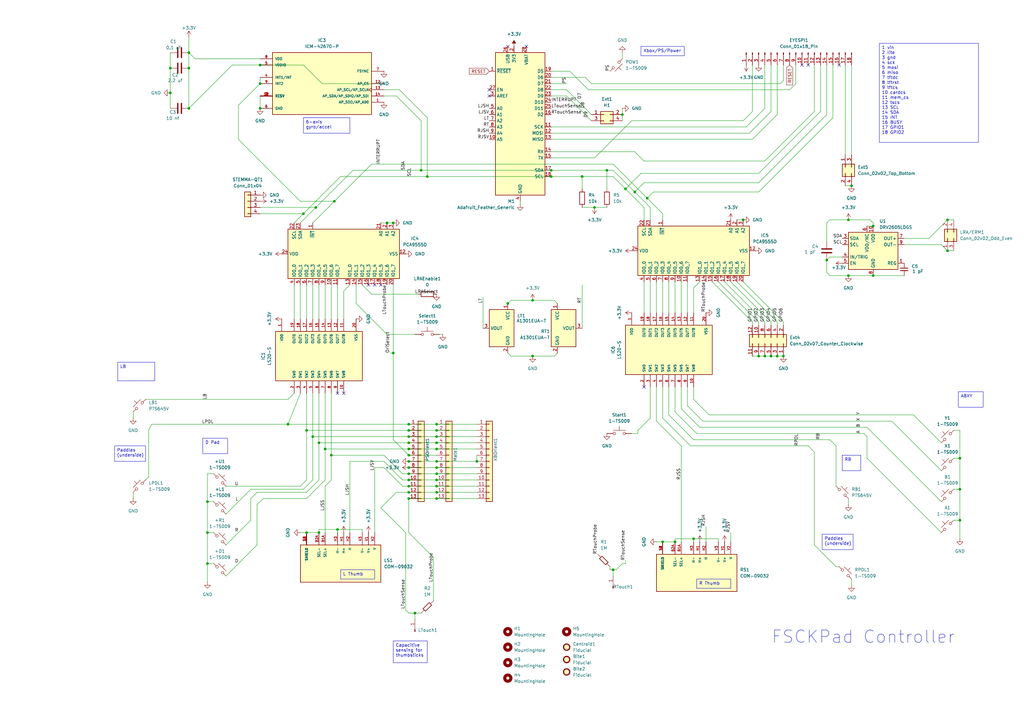
<source format=kicad_sch>
(kicad_sch (version 20231120) (generator "eeschema") (generator_version "8.0")
  (paper "A3")
  (lib_symbols
    (symbol "COM-09032:COM-09032" (pin_names (offset 1.016))
      (property "Reference" "U" (at -7.62 16.002 0))
      (property "Value" "COM-09032" (at -7.62 -20.32 0))
      (symbol "COM-09032_0_0"
        (pin passive line (at -12.7 -7.62 0) (length 5.08) (name "SEL+") (number "B1A"))
        (pin passive line (at -12.7 -10.16 0) (length 5.08) (name "SEL-") (number "B2A"))
        (pin passive line (at -12.7 0 0) (length 5.08) (name "H+") (number "H1"))
        (pin passive line (at -12.7 2.54 0) (length 5.08) (name "H") (number "H2"))
        (pin passive line (at -12.7 -2.54 0) (length 5.08) (name "H-") (number "H3"))
        (pin passive line (at -12.7 -15.24 0) (length 5.08) (name "SHIELD") (number "S1"))
        (pin passive line (at -12.7 -15.24 0) (length 5.08) (name "SHIELD") (number "S2"))
        (pin passive line (at -12.7 -15.24 0) (length 5.08) (name "SHIELD") (number "S3"))
        (pin passive line (at -12.7 -15.24 0) (length 5.08) (name "SHIELD") (number "S4"))
        (pin passive line (at -12.7 10.16 0) (length 5.08) (name "V+") (number "V1"))
        (pin passive line (at -12.7 12.7 0) (length 5.08) (name "V") (number "V2"))
        (pin passive line (at -12.7 7.62 0) (length 5.08) (name "V-") (number "V3"))
      )
    )
    (symbol "Connector:Conn_01x01_Pin" (pin_names (offset 1.016) hide)
      (property "Reference" "J" (at 0 2.54 0))
      (property "Value" "Conn_01x01_Pin" (at 0 -2.54 0))
      (symbol "Conn_01x01_Pin_1_1"
        (pin passive line (at 5.08 0 180) (length 3.81) (name "Pin_1") (number "1"))
      )
    )
    (symbol "Connector:Conn_01x18_Pin" (pin_names (offset 1.016) hide)
      (property "Reference" "J" (at 0 22.86 0))
      (property "Value" "Conn_01x18_Pin" (at 0 -25.4 0))
      (symbol "Conn_01x18_Pin_1_1"
        (pin passive line (at 5.08 20.32 180) (length 3.81) (name "Pin_1") (number "1"))
        (pin passive line (at 5.08 -2.54 180) (length 3.81) (name "Pin_10") (number "10"))
        (pin passive line (at 5.08 -5.08 180) (length 3.81) (name "Pin_11") (number "11"))
        (pin passive line (at 5.08 -7.62 180) (length 3.81) (name "Pin_12") (number "12"))
        (pin passive line (at 5.08 -10.16 180) (length 3.81) (name "Pin_13") (number "13"))
        (pin passive line (at 5.08 -12.7 180) (length 3.81) (name "Pin_14") (number "14"))
        (pin passive line (at 5.08 -15.24 180) (length 3.81) (name "Pin_15") (number "15"))
        (pin passive line (at 5.08 -17.78 180) (length 3.81) (name "Pin_16") (number "16"))
        (pin passive line (at 5.08 -20.32 180) (length 3.81) (name "Pin_17") (number "17"))
        (pin passive line (at 5.08 -22.86 180) (length 3.81) (name "Pin_18") (number "18"))
        (pin passive line (at 5.08 17.78 180) (length 3.81) (name "Pin_2") (number "2"))
        (pin passive line (at 5.08 15.24 180) (length 3.81) (name "Pin_3") (number "3"))
        (pin passive line (at 5.08 12.7 180) (length 3.81) (name "Pin_4") (number "4"))
        (pin passive line (at 5.08 10.16 180) (length 3.81) (name "Pin_5") (number "5"))
        (pin passive line (at 5.08 7.62 180) (length 3.81) (name "Pin_6") (number "6"))
        (pin passive line (at 5.08 5.08 180) (length 3.81) (name "Pin_7") (number "7"))
        (pin passive line (at 5.08 2.54 180) (length 3.81) (name "Pin_8") (number "8"))
        (pin passive line (at 5.08 0 180) (length 3.81) (name "Pin_9") (number "9"))
      )
    )
    (symbol "Connector_Generic:Conn_01x04" (pin_names (offset 1.016) hide)
      (property "Reference" "J" (at 0 5.08 0))
      (property "Value" "Conn_01x04" (at 0 -7.62 0))
      (symbol "Conn_01x04_1_1"
        (pin passive line (at -5.08 2.54 0) (length 3.81) (name "Pin_1") (number "1"))
        (pin passive line (at -5.08 0 0) (length 3.81) (name "Pin_2") (number "2"))
        (pin passive line (at -5.08 -2.54 0) (length 3.81) (name "Pin_3") (number "3"))
        (pin passive line (at -5.08 -5.08 0) (length 3.81) (name "Pin_4") (number "4"))
      )
    )
    (symbol "Connector_Generic:Conn_01x13" (pin_names (offset 1.016) hide)
      (property "Reference" "J" (at 0 17.78 0))
      (property "Value" "Conn_01x13" (at 0 -17.78 0))
      (symbol "Conn_01x13_1_1"
        (pin passive line (at -5.08 15.24 0) (length 3.81) (name "Pin_1") (number "1"))
        (pin passive line (at -5.08 -7.62 0) (length 3.81) (name "Pin_10") (number "10"))
        (pin passive line (at -5.08 -10.16 0) (length 3.81) (name "Pin_11") (number "11"))
        (pin passive line (at -5.08 -12.7 0) (length 3.81) (name "Pin_12") (number "12"))
        (pin passive line (at -5.08 -15.24 0) (length 3.81) (name "Pin_13") (number "13"))
        (pin passive line (at -5.08 12.7 0) (length 3.81) (name "Pin_2") (number "2"))
        (pin passive line (at -5.08 10.16 0) (length 3.81) (name "Pin_3") (number "3"))
        (pin passive line (at -5.08 7.62 0) (length 3.81) (name "Pin_4") (number "4"))
        (pin passive line (at -5.08 5.08 0) (length 3.81) (name "Pin_5") (number "5"))
        (pin passive line (at -5.08 2.54 0) (length 3.81) (name "Pin_6") (number "6"))
        (pin passive line (at -5.08 0 0) (length 3.81) (name "Pin_7") (number "7"))
        (pin passive line (at -5.08 -2.54 0) (length 3.81) (name "Pin_8") (number "8"))
        (pin passive line (at -5.08 -5.08 0) (length 3.81) (name "Pin_9") (number "9"))
      )
    )
    (symbol "Connector_Generic:Conn_02x02_Odd_Even" (pin_names (offset 1.016) hide)
      (property "Reference" "J" (at 1.27 2.54 0))
      (property "Value" "Conn_02x02_Odd_Even" (at 1.27 -5.08 0))
      (symbol "Conn_02x02_Odd_Even_1_1"
        (pin passive line (at -5.08 0 0) (length 3.81) (name "Pin_1") (number "1"))
        (pin passive line (at 7.62 0 180) (length 3.81) (name "Pin_2") (number "2"))
        (pin passive line (at -5.08 -2.54 0) (length 3.81) (name "Pin_3") (number "3"))
        (pin passive line (at 7.62 -2.54 180) (length 3.81) (name "Pin_4") (number "4"))
      )
    )
    (symbol "Connector_Generic:Conn_02x06_Odd_Even" (pin_names (offset 1.016) hide)
      (property "Reference" "J" (at 1.27 7.62 0))
      (property "Value" "Conn_02x06_Odd_Even" (at 1.27 -10.16 0))
      (symbol "Conn_02x06_Odd_Even_1_1"
        (pin passive line (at -5.08 5.08 0) (length 3.81) (name "Pin_1") (number "1"))
        (pin passive line (at 7.62 -5.08 180) (length 3.81) (name "Pin_10") (number "10"))
        (pin passive line (at -5.08 -7.62 0) (length 3.81) (name "Pin_11") (number "11"))
        (pin passive line (at 7.62 -7.62 180) (length 3.81) (name "Pin_12") (number "12"))
        (pin passive line (at 7.62 5.08 180) (length 3.81) (name "Pin_2") (number "2"))
        (pin passive line (at -5.08 2.54 0) (length 3.81) (name "Pin_3") (number "3"))
        (pin passive line (at 7.62 2.54 180) (length 3.81) (name "Pin_4") (number "4"))
        (pin passive line (at -5.08 0 0) (length 3.81) (name "Pin_5") (number "5"))
        (pin passive line (at 7.62 0 180) (length 3.81) (name "Pin_6") (number "6"))
        (pin passive line (at -5.08 -2.54 0) (length 3.81) (name "Pin_7") (number "7"))
        (pin passive line (at 7.62 -2.54 180) (length 3.81) (name "Pin_8") (number "8"))
        (pin passive line (at -5.08 -5.08 0) (length 3.81) (name "Pin_9") (number "9"))
      )
    )
    (symbol "Device:C" (pin_numbers hide) (pin_names (offset 0.254))
      (property "Reference" "C" (at 0.635 2.54 0))
      (property "Value" "C" (at 0.635 -2.54 0))
      (symbol "C_1_1"
        (pin passive line (at 0 3.81 270) (length 2.794) (name "~") (number "1"))
        (pin passive line (at 0 -3.81 90) (length 2.794) (name "~") (number "2"))
      )
    )
    (symbol "Device:C_Small" (pin_numbers hide) (pin_names (offset 0.254) hide)
      (property "Reference" "C" (at 0.254 1.778 0))
      (property "Value" "C_Small" (at 0.254 -2.032 0))
      (symbol "C_Small_1_1"
        (pin passive line (at 0 2.54 270) (length 2.032) (name "~") (number "1"))
        (pin passive line (at 0 -2.54 90) (length 2.032) (name "~") (number "2"))
      )
    )
    (symbol "Device:R" (pin_numbers hide) (pin_names (offset 0))
      (property "Reference" "R" (at 2.032 0 90))
      (property "Value" "R" (at 0 0 90))
      (symbol "R_1_1"
        (pin passive line (at 0 3.81 270) (length 1.27) (name "~") (number "1"))
        (pin passive line (at 0 -3.81 90) (length 1.27) (name "~") (number "2"))
      )
    )
    (symbol "Device:R_45deg" (pin_numbers hide) (pin_names (offset 0))
      (property "Reference" "R" (at 5.08 2.54 0))
      (property "Value" "R_45deg" (at 8.255 0.635 0))
      (symbol "R_45deg_1_1"
        (pin passive line (at -2.54 2.54 0) (length 0) (name "~") (number "1"))
        (pin passive line (at 2.54 -2.54 180) (length 0) (name "~") (number "2"))
      )
    )
    (symbol "Driver_Haptic:DRV2605LDGS"
      (property "Reference" "U" (at -10.16 8.255 0))
      (property "Value" "DRV2605LDGS" (at 2.54 -8.89 0))
      (symbol "DRV2605LDGS_1_1"
        (pin passive line (at 12.7 -5.08 180) (length 2.54) (name "REG") (number "1"))
        (pin power_in line (at 0 10.16 270) (length 2.54) (name "VDD") (number "10"))
        (pin input line (at -12.7 2.54 0) (length 2.54) (name "SCL") (number "2"))
        (pin bidirectional line (at -12.7 5.08 0) (length 2.54) (name "SDA") (number "3"))
        (pin input line (at -12.7 -2.54 0) (length 2.54) (name "IN/TRIG") (number "4"))
        (pin input line (at -12.7 -5.08 0) (length 2.54) (name "EN") (number "5"))
        (pin power_in line (at -2.54 10.16 270) (length 2.54) (name "VDD/NC") (number "6"))
        (pin output line (at 12.7 5.08 180) (length 2.54) (name "OUT+") (number "7"))
        (pin power_in line (at 0 -10.16 90) (length 2.54) (name "GND") (number "8"))
        (pin output line (at 12.7 2.54 180) (length 2.54) (name "OUT-") (number "9"))
      )
    )
    (symbol "ICM-42670-P:ICM-42670-P" (pin_names (offset 1.016))
      (property "Reference" "MT" (at -20.32 13.97 0))
      (property "Value" "ICM-42670-P" (at -20.32 -15.24 0))
      (symbol "ICM-42670-P_0_0"
        (pin bidirectional line (at -25.4 -7.62 0) (length 5.08) (name "AP_SDO/AP_AD0") (number "1"))
        (pin passive line (at 25.4 -5.08 180) (length 5.08) (name "RESV") (number "10"))
        (pin passive line (at 25.4 -5.08 180) (length 5.08) (name "RESV") (number "11"))
        (pin input line (at -25.4 0 0) (length 5.08) (name "AP_CS") (number "12"))
        (pin input clock (at -25.4 -2.54 0) (length 5.08) (name "AP_SCL/AP_SCLK") (number "13"))
        (pin bidirectional line (at -25.4 -5.08 0) (length 5.08) (name "AP_SDA/AP_SDIO/AP_SDI") (number "14"))
        (pin passive line (at 25.4 -5.08 180) (length 5.08) (name "RESV") (number "2"))
        (pin passive line (at 25.4 -5.08 180) (length 5.08) (name "RESV") (number "3"))
        (pin output line (at 25.4 2.54 180) (length 5.08) (name "INT1/INT") (number "4"))
        (pin power_in line (at 25.4 7.62 180) (length 5.08) (name "VDDIO") (number "5"))
        (pin power_in line (at 25.4 -10.16 180) (length 5.08) (name "GND") (number "6"))
        (pin input line (at -25.4 5.08 0) (length 5.08) (name "FSYNC") (number "7"))
        (pin power_in line (at 25.4 10.16 180) (length 5.08) (name "VDD") (number "8"))
        (pin output line (at 25.4 0 180) (length 5.08) (name "INT2") (number "9"))
      )
    )
    (symbol "Interface_Expansion:PCA9555D"
      (property "Reference" "U" (at -8.89 24.13 0))
      (property "Value" "PCA9555D" (at 6.35 24.13 0))
      (symbol "PCA9555D_1_1"
        (pin open_collector line (at -12.7 12.7 0) (length 2.54) (name "~{INT}") (number "1"))
        (pin bidirectional line (at 12.7 5.08 180) (length 2.54) (name "IO0_6") (number "10"))
        (pin bidirectional line (at 12.7 2.54 180) (length 2.54) (name "IO0_7") (number "11"))
        (pin power_in line (at 0 -25.4 90) (length 2.54) (name "VSS") (number "12"))
        (pin bidirectional line (at 12.7 -2.54 180) (length 2.54) (name "IO1_0") (number "13"))
        (pin bidirectional line (at 12.7 -5.08 180) (length 2.54) (name "IO1_1") (number "14"))
        (pin bidirectional line (at 12.7 -7.62 180) (length 2.54) (name "IO1_2") (number "15"))
        (pin bidirectional line (at 12.7 -10.16 180) (length 2.54) (name "IO1_3") (number "16"))
        (pin bidirectional line (at 12.7 -12.7 180) (length 2.54) (name "IO1_4") (number "17"))
        (pin bidirectional line (at 12.7 -15.24 180) (length 2.54) (name "IO1_5") (number "18"))
        (pin bidirectional line (at 12.7 -17.78 180) (length 2.54) (name "IO1_6") (number "19"))
        (pin input line (at -12.7 -17.78 0) (length 2.54) (name "A1") (number "2"))
        (pin bidirectional line (at 12.7 -20.32 180) (length 2.54) (name "IO1_7") (number "20"))
        (pin input line (at -12.7 -15.24 0) (length 2.54) (name "A0") (number "21"))
        (pin input line (at -12.7 20.32 0) (length 2.54) (name "SCL") (number "22"))
        (pin bidirectional line (at -12.7 17.78 0) (length 2.54) (name "SDA") (number "23"))
        (pin power_in line (at 0 25.4 270) (length 2.54) (name "VDD") (number "24"))
        (pin input line (at -12.7 -20.32 0) (length 2.54) (name "A2") (number "3"))
        (pin bidirectional line (at 12.7 20.32 180) (length 2.54) (name "IO0_0") (number "4"))
        (pin bidirectional line (at 12.7 17.78 180) (length 2.54) (name "IO0_1") (number "5"))
        (pin bidirectional line (at 12.7 15.24 180) (length 2.54) (name "IO0_2") (number "6"))
        (pin bidirectional line (at 12.7 12.7 180) (length 2.54) (name "IO0_3") (number "7"))
        (pin bidirectional line (at 12.7 10.16 180) (length 2.54) (name "IO0_4") (number "8"))
        (pin bidirectional line (at 12.7 7.62 180) (length 2.54) (name "IO0_5") (number "9"))
      )
    )
    (symbol "LS20-S:LS20-S" (pin_names (offset 1.016))
      (property "Reference" "U" (at -10.16 18.288 0))
      (property "Value" "LS20-S" (at -10.16 -20.32 0))
      (symbol "LS20-S_0_0"
        (pin power_in line (at 15.24 15.24 180) (length 5.08) (name "VDD") (number "1"))
        (pin input line (at -15.24 -10.16 0) (length 5.08) (name "SW8") (number "10"))
        (pin output line (at 15.24 -10.16 180) (length 5.08) (name "OUT8") (number "11"))
        (pin output line (at 15.24 -7.62 180) (length 5.08) (name "OUT7") (number "12"))
        (pin output line (at 15.24 -5.08 180) (length 5.08) (name "OUT6") (number "13"))
        (pin output line (at 15.24 -2.54 180) (length 5.08) (name "OUT5") (number "14"))
        (pin output line (at 15.24 0 180) (length 5.08) (name "OUT4") (number "15"))
        (pin output line (at 15.24 2.54 180) (length 5.08) (name "OUT3") (number "16"))
        (pin output line (at 15.24 5.08 180) (length 5.08) (name "OUT2") (number "17"))
        (pin output line (at 15.24 7.62 180) (length 5.08) (name "OUT1") (number "18"))
        (pin output line (at 15.24 10.16 180) (length 5.08) (name "OUT0") (number "19"))
        (pin input line (at -15.24 10.16 0) (length 5.08) (name "SW0") (number "2"))
        (pin power_in line (at 15.24 -15.24 180) (length 5.08) (name "VSS") (number "20"))
        (pin input line (at -15.24 7.62 0) (length 5.08) (name "SW1") (number "3"))
        (pin input line (at -15.24 5.08 0) (length 5.08) (name "SW2") (number "4"))
        (pin input line (at -15.24 2.54 0) (length 5.08) (name "SW3") (number "5"))
        (pin input line (at -15.24 0 0) (length 5.08) (name "SW4") (number "6"))
        (pin input line (at -15.24 -2.54 0) (length 5.08) (name "SW5") (number "7"))
        (pin input line (at -15.24 -5.08 0) (length 5.08) (name "SW6") (number "8"))
        (pin input line (at -15.24 -7.62 0) (length 5.08) (name "SW7") (number "9"))
      )
    )
    (symbol "MCU_Module:Adafruit_Feather_Generic"
      (property "Reference" "M1" (at 2.1941 -33.02 0))
      (property "Value" "Adafruit_Feather_Generic" (at 2.1941 -35.56 0))
      (symbol "Adafruit_Feather_Generic_1_1"
        (pin input line (at 12.7 20.32 180) (length 2.54) (name "~{RESET}") (number "1"))
        (pin bidirectional line (at 12.7 -7.62 180) (length 2.54) (name "A5") (number "10"))
        (pin bidirectional line (at -12.7 -2.54 0) (length 2.54) (name "SCK") (number "11"))
        (pin bidirectional line (at -12.7 -5.08 0) (length 2.54) (name "MOSI") (number "12"))
        (pin bidirectional line (at -12.7 -7.62 0) (length 2.54) (name "MISO") (number "13"))
        (pin bidirectional line (at -12.7 -12.7 0) (length 2.54) (name "RX") (number "14"))
        (pin bidirectional line (at -12.7 -15.24 0) (length 2.54) (name "TX") (number "15"))
        (pin bidirectional line (at -12.7 2.54 0) (length 2.54) (name "D2") (number "16"))
        (pin bidirectional line (at -12.7 -20.32 0) (length 2.54) (name "SDA") (number "17"))
        (pin bidirectional line (at -12.7 -22.86 0) (length 2.54) (name "SCL") (number "18"))
        (pin bidirectional line (at -12.7 20.32 0) (length 2.54) (name "D5") (number "19"))
        (pin power_in line (at 2.54 30.48 270) (length 2.54) (name "3V3") (number "2"))
        (pin bidirectional line (at -12.7 17.78 0) (length 2.54) (name "D6") (number "20"))
        (pin bidirectional line (at -12.7 15.24 0) (length 2.54) (name "D7") (number "21"))
        (pin bidirectional line (at -12.7 12.7 0) (length 2.54) (name "D8") (number "22"))
        (pin bidirectional line (at -12.7 10.16 0) (length 2.54) (name "D9") (number "23"))
        (pin bidirectional line (at -12.7 7.62 0) (length 2.54) (name "D10") (number "24"))
        (pin bidirectional line (at -12.7 5.08 0) (length 2.54) (name "D11") (number "25"))
        (pin power_in line (at 5.08 30.48 270) (length 2.54) (name "USB") (number "26"))
        (pin input line (at 12.7 12.7 180) (length 2.54) (name "EN") (number "27"))
        (pin power_in line (at -2.54 30.48 270) (length 2.54) (name "VBAT") (number "28"))
        (pin input line (at 12.7 10.16 180) (length 2.54) (name "AREF") (number "3"))
        (pin power_in line (at 0 -33.02 90) (length 2.54) (name "GND") (number "4"))
        (pin bidirectional line (at 12.7 5.08 180) (length 2.54) (name "A0") (number "5"))
        (pin bidirectional line (at 12.7 2.54 180) (length 2.54) (name "A1") (number "6"))
        (pin bidirectional line (at 12.7 0 180) (length 2.54) (name "A2") (number "7"))
        (pin bidirectional line (at 12.7 -2.54 180) (length 2.54) (name "A3") (number "8"))
        (pin bidirectional line (at 12.7 -5.08 180) (length 2.54) (name "A4") (number "9"))
      )
    )
    (symbol "Mechanical:Fiducial" (exclude_from_sim yes) (in_bom no)
      (property "Reference" "FID" (at 0 5.08 0))
      (property "Value" "Fiducial" (at 0 3.175 0))
    )
    (symbol "Mechanical:MountingHole" (pin_names (offset 1.016)) (exclude_from_sim yes) (in_bom no)
      (property "Reference" "H" (at 0 5.08 0))
      (property "Value" "MountingHole" (at 0 3.175 0))
    )
    (symbol "Sensor_Magnetic:A1301EUA-T"
      (property "Reference" "U" (at 0 11.43 0))
      (property "Value" "A1301EUA-T" (at 0 8.89 0))
      (symbol "A1301EUA-T_1_1"
        (pin power_in line (at -2.54 10.16 270) (length 2.54) (name "VCC") (number "1"))
        (pin power_in line (at -2.54 -10.16 90) (length 2.54) (name "GND") (number "2"))
        (pin output line (at 7.62 0 180) (length 2.54) (name "VOUT") (number "3"))
      )
    )
    (symbol "Switch:SW_Push" (pin_numbers hide) (pin_names (offset 1.016) hide)
      (property "Reference" "SW" (at 1.27 2.54 0))
      (property "Value" "SW_Push" (at 0 -1.524 0))
      (symbol "SW_Push_0_1"
        (pin passive line (at -5.08 0 0) (length 2.54) (name "1") (number "1"))
        (pin passive line (at 5.08 0 180) (length 2.54) (name "2") (number "2"))
      )
    )
    (symbol "Switch:SW_Push_45deg" (pin_numbers hide) (pin_names (offset 1.016) hide)
      (property "Reference" "SW" (at 3.048 1.016 0))
      (property "Value" "SW_Push_45deg" (at 0 -3.81 0))
      (symbol "SW_Push_45deg_0_1"
        (pin passive line (at -2.54 2.54 0) (length 0) (name "1") (number "1"))
        (pin passive line (at 2.54 -2.54 180) (length 0) (name "2") (number "2"))
      )
    )
    (symbol "power:+3.3V" (power) (pin_numbers hide) (pin_names (offset 0) hide)
      (property "Value" "+3.3V" (at 0 3.556 0))
      (symbol "+3.3V_1_1"
        (pin power_in line (at 0 0 90) (length 0) (name "~") (number "1"))
      )
    )
    (symbol "power:-3V3" (power) (pin_numbers hide) (pin_names (offset 0) hide)
      (property "Value" "-3V3" (at 0 3.556 0))
      (symbol "-3V3_0_0"
        (pin power_in line (at 0 0 90) (length 0) (name "~") (number "1"))
      )
    )
    (symbol "power:GND" (power) (pin_numbers hide) (pin_names (offset 0) hide)
      (property "Value" "GND" (at 0 -3.81 0))
      (symbol "GND_1_1"
        (pin power_in line (at 0 0 270) (length 0) (name "~") (number "1"))
      )
    )
  )
  (junction (at 248.92 69.85))
  (junction (at 161.29 144.78))
  (junction (at 130.81 181.61))
  (junction (at 393.7 213.36))
  (junction (at 179.07 176.53))
  (junction (at 347.98 113.03))
  (junction (at 133.35 184.15))
  (junction (at 313.69 146.05))
  (junction (at 69.85 27.94))
  (junction (at 167.64 201.93))
  (junction (at 167.64 184.15))
  (junction (at 238.76 72.39))
  (junction (at 138.43 217.17))
  (junction (at 243.84 85.09))
  (junction (at 77.47 21.59))
  (junction (at 179.07 199.39))
  (junction (at 124.46 87.63))
  (junction (at 85.09 218.44))
  (junction (at 284.48 220.98))
  (junction (at 179.07 184.15))
  (junction (at 179.07 191.77))
  (junction (at 106.68 44.45))
  (junction (at 179.07 173.99))
  (junction (at 179.07 196.85))
  (junction (at 130.81 218.44))
  (junction (at 170.18 251.46))
  (junction (at 167.64 173.99))
  (junction (at 179.07 181.61))
  (junction (at 179.07 204.47))
  (junction (at 218.44 146.05))
  (junction (at 167.64 191.77))
  (junction (at 316.23 146.05))
  (junction (at 167.64 199.39))
  (junction (at 77.47 44.45))
  (junction (at 388.62 90.17))
  (junction (at 125.73 218.44))
  (junction (at 167.64 204.47))
  (junction (at 271.78 222.25))
  (junction (at 265.43 81.28))
  (junction (at 77.47 27.94))
  (junction (at 393.7 187.96))
  (junction (at 137.16 82.55))
  (junction (at 167.64 176.53))
  (junction (at 161.29 91.44))
  (junction (at 85.09 205.74))
  (junction (at 179.07 194.31))
  (junction (at 167.64 179.07))
  (junction (at 251.46 233.68))
  (junction (at 256.54 77.47))
  (junction (at 349.25 76.2))
  (junction (at 179.07 201.93))
  (junction (at 339.09 106.68))
  (junction (at 129.54 85.09))
  (junction (at 106.68 34.29))
  (junction (at 125.73 176.53))
  (junction (at 167.64 186.69))
  (junction (at 226.06 72.39))
  (junction (at 167.64 189.23))
  (junction (at 179.07 179.07))
  (junction (at 69.85 38.1))
  (junction (at 158.75 91.44))
  (junction (at 226.06 69.85))
  (junction (at 393.7 200.66))
  (junction (at 172.72 69.85))
  (junction (at 311.15 146.05))
  (junction (at 318.77 146.05))
  (junction (at 118.11 173.99))
  (junction (at 255.27 46.99))
  (junction (at 388.62 102.87))
  (junction (at 179.07 189.23))
  (junction (at 218.44 123.19))
  (junction (at 208.28 124.46))
  (junction (at 358.14 113.03))
  (junction (at 167.64 196.85))
  (junction (at 358.14 92.71))
  (junction (at 85.09 231.14))
  (junction (at 321.31 146.05))
  (junction (at 304.8 90.17))
  (junction (at 167.64 194.31))
  (junction (at 128.27 179.07))
  (junction (at 175.26 72.39))
  (junction (at 347.98 90.17))
  (junction (at 167.64 181.61))
  (junction (at 135.89 186.69))
  (junction (at 195.58 189.23))
  (junction (at 260.35 78.74))
  (junction (at 106.68 26.67))
  (junction (at 276.86 222.25))
  (no_connect (at 140.97 161.29))
  (no_connect (at 264.16 158.75))
  (no_connect (at 215.9 19.05))
  (no_connect (at 200.66 36.83))
  (no_connect (at 200.66 39.37))
  (no_connect (at 208.28 19.05))
  (no_connect (at 138.43 161.29))
  (no_connect (at 153.67 116.84))
  (no_connect (at 331.47 26.67))
  (no_connect (at 156.21 116.84))
  (no_connect (at 151.13 116.84))
  (no_connect (at 328.93 26.67))
  (no_connect (at 344.17 26.67))
  (wire (pts (xy 160.02 144.78) (xy 161.29 144.78)))
  (wire (pts (xy 85.09 205.74) (xy 87.63 205.74)))
  (wire (pts (xy 227.33 146.05) (xy 228.6 144.78)))
  (wire (pts (xy 218.44 123.19) (xy 209.55 123.19)))
  (wire (pts (xy 102.87 204.47) (xy 105.41 201.93)))
  (wire (pts (xy 133.35 161.29) (xy 133.35 184.15)))
  (wire (pts (xy 248.92 69.85) (xy 251.46 69.85)))
  (wire (pts (xy 318.77 132.08) (xy 302.26 115.57)))
  (wire (pts (xy 179.07 204.47) (xy 195.58 204.47)))
  (wire (pts (xy 85.09 205.74) (xy 85.09 218.44)))
  (wire (pts (xy 288.29 172.72) (xy 281.94 166.37)))
  (wire (pts (xy 226.06 72.39) (xy 238.76 72.39)))
  (wire (pts (xy 179.07 176.53) (xy 167.64 176.53)))
  (wire (pts (xy 321.31 133.35) (xy 321.31 132.08)))
  (wire (pts (xy 130.81 181.61) (xy 167.64 181.61)))
  (wire (pts (xy 232.41 39.37) (xy 226.06 39.37)))
  (wire (pts (xy 242.57 46.99) (xy 232.41 36.83)))
  (wire (pts (xy 163.83 36.83) (xy 175.26 48.26)))
  (wire (pts (xy 125.73 176.53) (xy 167.64 176.53)))
  (wire (pts (xy 259.08 177.8) (xy 261.62 177.8)))
  (wire (pts (xy 316.23 26.67) (xy 316.23 45.72)))
  (wire (pts (xy 179.07 196.85) (xy 195.58 196.85)))
  (wire (pts (xy 133.35 184.15) (xy 167.64 184.15)))
  (wire (pts (xy 342.9 182.88) (xy 340.36 180.34)))
  (wire (pts (xy 195.58 184.15) (xy 179.07 184.15)))
  (wire (pts (xy 175.26 72.39) (xy 226.06 72.39)))
  (wire (pts (xy 135.89 161.29) (xy 135.89 186.69)))
  (wire (pts (xy 342.9 232.41) (xy 334.01 223.52)))
  (wire (pts (xy 393.7 187.96) (xy 393.7 200.66)))
  (wire (pts (xy 179.07 201.93) (xy 195.58 201.93)))
  (wire (pts (xy 311.15 146.05) (xy 313.69 146.05)))
  (wire (pts (xy 62.23 173.99) (xy 118.11 173.99)))
  (wire (pts (xy 264.16 74.93) (xy 260.35 78.74)))
  (wire (pts (xy 340.36 90.17) (xy 339.09 91.44)))
  (wire (pts (xy 143.51 189.23) (xy 157.48 189.23)))
  (wire (pts (xy 347.98 113.03) (xy 358.14 113.03)))
  (wire (pts (xy 307.34 54.61) (xy 316.23 45.72)))
  (wire (pts (xy 266.7 171.45) (xy 261.62 176.53)))
  (wire (pts (xy 106.68 87.63) (xy 124.46 87.63)))
  (wire (pts (xy 167.64 251.46) (xy 166.37 250.19)))
  (wire (pts (xy 175.26 48.26) (xy 175.26 72.39)))
  (wire (pts (xy 105.41 201.93) (xy 125.73 201.93)))
  (wire (pts (xy 341.63 48.26) (xy 311.15 78.74)))
  (wire (pts (xy 336.55 26.67) (xy 336.55 45.72)))
  (wire (pts (xy 106.68 26.67) (xy 124.46 26.67)))
  (wire (pts (xy 386.08 100.33) (xy 388.62 102.87)))
  (wire (pts (xy 167.64 251.46) (xy 170.18 251.46)))
  (wire (pts (xy 170.18 137.16) (xy 158.75 137.16)))
  (wire (pts (xy 256.54 231.14) (xy 256.54 229.87)))
  (wire (pts (xy 264.16 115.57) (xy 264.16 128.27)))
  (wire (pts (xy 274.32 158.75) (xy 274.32 170.18)))
  (wire (pts (xy 242.57 49.53) (xy 232.41 39.37)))
  (wire (pts (xy 133.35 196.85) (xy 125.73 204.47)))
  (wire (pts (xy 172.72 69.85) (xy 226.06 69.85)))
  (wire (pts (xy 306.07 52.07) (xy 313.69 44.45)))
  (wire (pts (xy 241.3 36.83) (xy 233.68 29.21)))
  (wire (pts (xy 120.65 116.84) (xy 120.65 130.81)))
  (wire (pts (xy 255.27 46.99) (xy 255.27 44.45)))
  (wire (pts (xy 340.36 90.17) (xy 347.98 90.17)))
  (wire (pts (xy 285.75 177.8) (xy 354.33 177.8)))
  (wire (pts (xy 105.41 223.52) (xy 92.71 236.22)))
  (wire (pts (xy 167.64 186.69) (xy 179.07 186.69)))
  (wire (pts (xy 250.19 232.41) (xy 250.19 233.68)))
  (wire (pts (xy 276.86 220.98) (xy 276.86 222.25)))
  (wire (pts (xy 118.11 163.83) (xy 120.65 161.29)))
  (wire (pts (xy 130.81 181.61) (xy 130.81 196.85)))
  (wire (pts (xy 326.39 34.29) (xy 323.85 36.83)))
  (wire (pts (xy 107.95 204.47) (xy 105.41 207.01)))
  (wire (pts (xy 238.76 85.09) (xy 243.84 85.09)))
  (wire (pts (xy 238.76 134.62) (xy 238.76 116.84)))
  (wire (pts (xy 393.7 187.96) (xy 391.16 187.96)))
  (wire (pts (xy 294.64 220.98) (xy 284.48 220.98)))
  (wire (pts (xy 271.78 158.75) (xy 271.78 171.45)))
  (wire (pts (xy 299.72 218.44) (xy 299.72 222.25)))
  (wire (pts (xy 59.69 163.83) (xy 118.11 163.83)))
  (wire (pts (xy 340.36 105.41) (xy 339.09 106.68)))
  (wire (pts (xy 167.64 194.31) (xy 179.07 194.31)))
  (wire (pts (xy 167.64 199.39) (xy 165.1 199.39)))
  (wire (pts (xy 209.55 146.05) (xy 208.28 144.78)))
  (wire (pts (xy 138.43 217.17) (xy 138.43 218.44)))
  (wire (pts (xy 195.58 176.53) (xy 179.07 176.53)))
  (wire (pts (xy 167.64 189.23) (xy 179.07 189.23)))
  (wire (pts (xy 195.58 186.69) (xy 195.58 189.23)))
  (wire (pts (xy 208.28 124.46) (xy 208.28 125.73)))
  (wire (pts (xy 85.09 218.44) (xy 87.63 218.44)))
  (wire (pts (xy 156.21 91.44) (xy 158.75 91.44)))
  (wire (pts (xy 97.79 43.18) (xy 97.79 57.15)))
  (wire (pts (xy 123.19 161.29) (xy 118.11 173.99)))
  (wire (pts (xy 152.4 120.65) (xy 148.59 116.84)))
  (wire (pts (xy 349.25 63.5) (xy 349.25 26.67)))
  (wire (pts (xy 92.71 199.39) (xy 123.19 199.39)))
  (wire (pts (xy 370.84 100.33) (xy 386.08 100.33)))
  (wire (pts (xy 347.98 90.17) (xy 356.87 90.17)))
  (wire (pts (xy 138.43 217.17) (xy 130.81 217.17)))
  (wire (pts (xy 287.02 175.26) (xy 355.6 175.26)))
  (wire (pts (xy 311.15 78.74) (xy 267.97 78.74)))
  (wire (pts (xy 148.59 217.17) (xy 138.43 217.17)))
  (wire (pts (xy 124.46 26.67) (xy 132.08 34.29)))
  (wire (pts (xy 346.71 63.5) (xy 346.71 26.67)))
  (wire (pts (xy 128.27 116.84) (xy 128.27 130.81)))
  (wire (pts (xy 370.84 97.79) (xy 381 97.79)))
  (wire (pts (xy 251.46 233.68) (xy 252.73 233.68)))
  (wire (pts (xy 106.68 26.67) (xy 95.25 26.67)))
  (wire (pts (xy 165.1 199.39) (xy 157.48 191.77)))
  (wire (pts (xy 339.09 91.44) (xy 339.09 99.06)))
  (wire (pts (xy 248.92 85.09) (xy 243.84 85.09)))
  (wire (pts (xy 195.58 179.07) (xy 179.07 179.07)))
  (wire (pts (xy 62.23 173.99) (xy 60.96 176.53)))
  (wire (pts (xy 334.01 223.52) (xy 334.01 185.42)))
  (wire (pts (xy 340.36 113.03) (xy 347.98 113.03)))
  (wire (pts (xy 358.14 92.71) (xy 358.14 91.44)))
  (wire (pts (xy 349.25 240.03) (xy 349.25 237.49)))
  (wire (pts (xy 393.7 200.66) (xy 391.16 200.66)))
  (wire (pts (xy 336.55 45.72) (xy 311.15 71.12)))
  (wire (pts (xy 304.8 49.53) (xy 259.08 49.53)))
  (wire (pts (xy 106.68 39.37) (xy 106.68 44.45)))
  (wire (pts (xy 259.08 49.53) (xy 243.84 64.77)))
  (wire (pts (xy 355.6 179.07) (xy 354.33 177.8)))
  (wire (pts (xy 266.7 90.17) (xy 266.7 85.09)))
  (wire (pts (xy 158.75 137.16) (xy 146.05 124.46)))
  (wire (pts (xy 266.7 158.75) (xy 266.7 171.45)))
  (wire (pts (xy 77.47 21.59) (xy 77.47 27.94)))
  (wire (pts (xy 279.4 222.25) (xy 279.4 182.88)))
  (wire (pts (xy 167.64 191.77) (xy 179.07 191.77)))
  (wire (pts (xy 308.61 57.15) (xy 318.77 46.99)))
  (wire (pts (xy 264.16 66.04) (xy 260.35 62.23)))
  (wire (pts (xy 69.85 21.59) (xy 69.85 27.94)))
  (wire (pts (xy 69.85 38.1) (xy 69.85 44.45)))
  (wire (pts (xy 167.64 199.39) (xy 179.07 199.39)))
  (wire (pts (xy 313.69 146.05) (xy 316.23 146.05)))
  (wire (pts (xy 167.64 218.44) (xy 177.8 228.6)))
  (wire (pts (xy 85.09 194.31) (xy 87.63 194.31)))
  (wire (pts (xy 80.01 24.13) (xy 106.68 24.13)))
  (wire (pts (xy 227.33 123.19) (xy 228.6 124.46)))
  (wire (pts (xy 284.48 163.83) (xy 290.83 170.18)))
  (wire (pts (xy 256.54 77.47) (xy 264.16 85.09)))
  (wire (pts (xy 341.63 26.67) (xy 341.63 48.26)))
  (wire (pts (xy 345.44 105.41) (xy 340.36 105.41)))
  (wire (pts (xy 135.89 186.69) (xy 157.48 186.69)))
  (wire (pts (xy 316.23 133.35) (xy 316.23 132.08)))
  (wire (pts (xy 125.73 116.84) (xy 125.73 130.81)))
  (wire (pts (xy 85.09 218.44) (xy 85.09 231.14)))
  (wire (pts (xy 393.7 200.66) (xy 393.7 213.36)))
  (wire (pts (xy 276.86 222.25) (xy 271.78 222.25)))
  (wire (pts (xy 308.61 26.67) (xy 308.61 45.72)))
  (wire (pts (xy 283.21 182.88) (xy 271.78 171.45)))
  (wire (pts (xy 92.71 210.82) (xy 102.87 200.66)))
  (wire (pts (xy 179.07 173.99) (xy 167.64 173.99)))
  (wire (pts (xy 304.8 49.53) (xy 308.61 45.72)))
  (wire (pts (xy 287.02 115.57) (xy 284.48 118.11)))
  (wire (pts (xy 167.64 201.93) (xy 162.56 201.93)))
  (wire (pts (xy 248.92 77.47) (xy 248.92 69.85)))
  (wire (pts (xy 347.98 207.01) (xy 347.98 204.47)))
  (wire (pts (xy 262.89 71.12) (xy 311.15 71.12)))
  (wire (pts (xy 386.08 205.74) (xy 355.6 175.26)))
  (wire (pts (xy 334.01 26.67) (xy 334.01 45.72)))
  (wire (pts (xy 179.07 184.15) (xy 167.64 184.15)))
  (wire (pts (xy 167.64 194.31) (xy 165.1 194.31)))
  (wire (pts (xy 287.02 175.26) (xy 279.4 167.64)))
  (wire (pts (xy 179.07 199.39) (xy 195.58 199.39)))
  (wire (pts (xy 355.6 92.71) (xy 358.14 92.71)))
  (wire (pts (xy 358.14 113.03) (xy 370.84 113.03)))
  (wire (pts (xy 106.68 31.75) (xy 106.68 34.29)))
  (wire (pts (xy 179.07 179.07) (xy 167.64 179.07)))
  (wire (pts (xy 344.17 232.41) (xy 342.9 232.41)))
  (wire (pts (xy 165.1 194.31) (xy 157.48 186.69)))
  (wire (pts (xy 339.09 106.68) (xy 339.09 111.76)))
  (wire (pts (xy 279.4 115.57) (xy 279.4 128.27)))
  (wire (pts (xy 179.07 194.31) (xy 195.58 194.31)))
  (wire (pts (xy 281.94 115.57) (xy 281.94 128.27)))
  (wire (pts (xy 283.21 182.88) (xy 331.47 182.88)))
  (wire (pts (xy 133.35 218.44) (xy 133.35 199.39)))
  (wire (pts (xy 195.58 189.23) (xy 179.07 189.23)))
  (wire (pts (xy 318.77 133.35) (xy 318.77 132.08)))
  (wire (pts (xy 308.61 132.08) (xy 292.1 115.57)))
  (wire (pts (xy 269.24 115.57) (xy 269.24 128.27)))
  (wire (pts (xy 255.27 49.53) (xy 255.27 46.99)))
  (wire (pts (xy 218.44 123.19) (xy 227.33 123.19)))
  (wire (pts (xy 288.29 172.72) (xy 365.76 172.72)))
  (wire (pts (xy 321.31 26.67) (xy 321.31 33.02)))
  (wire (pts (xy 218.44 146.05) (xy 227.33 146.05)))
  (wire (pts (xy 334.01 185.42) (xy 331.47 182.88)))
  (wire (pts (xy 308.61 146.05) (xy 311.15 146.05)))
  (wire (pts (xy 388.62 90.17) (xy 391.16 90.17)))
  (wire (pts (xy 152.4 67.31) (xy 137.16 82.55)))
  (wire (pts (xy 166.37 218.44) (xy 166.37 250.19)))
  (wire (pts (xy 140.97 119.38) (xy 140.97 130.81)))
  (wire (pts (xy 393.7 213.36) (xy 391.16 213.36)))
  (wire (pts (xy 209.55 123.19) (xy 208.28 124.46)))
  (wire (pts (xy 271.78 90.17) (xy 271.78 87.63)))
  (wire (pts (xy 148.59 218.44) (xy 148.59 217.17)))
  (wire (pts (xy 285.75 177.8) (xy 276.86 168.91)))
  (wire (pts (xy 162.56 201.93) (xy 156.21 208.28)))
  (wire (pts (xy 172.72 69.85) (xy 144.78 69.85)))
  (wire (pts (xy 133.35 184.15) (xy 133.35 196.85)))
  (wire (pts (xy 153.67 191.77) (xy 153.67 218.44)))
  (wire (pts (xy 130.81 161.29) (xy 130.81 181.61)))
  (wire (pts (xy 161.29 116.84) (xy 161.29 144.78)))
  (wire (pts (xy 313.69 66.04) (xy 334.01 45.72)))
  (wire (pts (xy 233.68 29.21) (xy 226.06 29.21)))
  (wire (pts (xy 167.64 196.85) (xy 179.07 196.85)))
  (wire (pts (xy 374.65 170.18) (xy 386.08 181.61)))
  (wire (pts (xy 125.73 161.29) (xy 125.73 176.53)))
  (wire (pts (xy 85.09 194.31) (xy 85.09 205.74)))
  (wire (pts (xy 195.58 173.99) (xy 179.07 173.99)))
  (wire (pts (xy 77.47 27.94) (xy 77.47 44.45)))
  (wire (pts (xy 161.29 144.78) (xy 161.29 180.34)))
  (wire (pts (xy 80.01 24.13) (xy 77.47 21.59)))
  (wire (pts (xy 130.81 116.84) (xy 130.81 130.81)))
  (wire (pts (xy 284.48 220.98) (xy 284.48 222.25)))
  (wire (pts (xy 323.85 36.83) (xy 241.3 36.83)))
  (wire (pts (xy 320.04 34.29) (xy 242.57 34.29)))
  (wire (pts (xy 311.15 74.93) (xy 264.16 74.93)))
  (wire (pts (xy 261.62 176.53) (xy 261.62 177.8)))
  (wire (pts (xy 179.07 181.61) (xy 167.64 181.61)))
  (wire (pts (xy 339.09 26.67) (xy 339.09 46.99)))
  (wire (pts (xy 166.37 218.44) (xy 156.21 208.28)))
  (wire (pts (xy 92.71 223.52) (xy 102.87 213.36)))
  (wire (pts (xy 290.83 170.18) (xy 374.65 170.18)))
  (wire (pts (xy 123.19 82.55) (xy 137.16 82.55)))
  (wire (pts (xy 218.44 146.05) (xy 209.55 146.05)))
  (wire (pts (xy 284.48 180.34) (xy 340.36 180.34)))
  (wire (pts (xy 393.7 213.36) (xy 393.7 220.98)))
  (wire (pts (xy 167.64 196.85) (xy 165.1 196.85)))
  (wire (pts (xy 125.73 204.47) (xy 107.95 204.47)))
  (wire (pts (xy 255.27 231.14) (xy 252.73 233.68)))
  (wire (pts (xy 143.51 189.23) (xy 143.51 218.44)))
  (wire (pts (xy 180.34 137.16) (xy 181.61 137.16)))
  (wire (pts (xy 60.96 176.53) (xy 60.96 195.58)))
  (wire (pts (xy 157.48 39.37) (xy 162.56 39.37)))
  (wire (pts (xy 129.54 85.09) (xy 123.19 91.44)))
  (wire (pts (xy 355.6 179.07) (xy 355.6 187.96)))
  (wire (pts (xy 313.69 132.08) (xy 297.18 115.57)))
  (wire (pts (xy 124.46 200.66) (xy 128.27 196.85)))
  (wire (pts (xy 284.48 118.11) (xy 284.48 128.27)))
  (wire (pts (xy 138.43 116.84) (xy 138.43 130.81)))
  (wire (pts (xy 313.69 26.67) (xy 313.69 44.45)))
  (wire (pts (xy 318.77 26.67) (xy 318.77 46.99)))
  (wire (pts (xy 274.32 115.57) (xy 274.32 128.27)))
  (wire (pts (xy 226.06 52.07) (xy 306.07 52.07)))
  (wire (pts (xy 240.03 31.75) (xy 226.06 31.75)))
  (wire (pts (xy 302.26 90.17) (xy 304.8 90.17)))
  (wire (pts (xy 123.19 199.39) (xy 125.73 196.85)))
  (wire (pts (xy 97.79 43.18) (xy 106.68 34.29)))
  (wire (pts (xy 179.07 191.77) (xy 195.58 191.77)))
  (wire (pts (xy 152.4 67.31) (xy 251.46 67.31)))
  (wire (pts (xy 198.12 121.92) (xy 198.12 134.62)))
  (wire (pts (xy 316.23 132.08) (xy 299.72 115.57)))
  (wire (pts (xy 269.24 172.72) (xy 279.4 182.88)))
  (wire (pts (xy 124.46 87.63) (xy 120.65 91.44)))
  (wire (pts (xy 294.64 222.25) (xy 294.64 220.98)))
  (wire (pts (xy 128.27 179.07) (xy 167.64 179.07)))
  (wire (pts (xy 340.36 113.03) (xy 339.09 111.76)))
  (wire (pts (xy 170.18 251.46) (xy 172.72 251.46)))
  (wire (pts (xy 251.46 69.85) (xy 260.35 78.74)))
  (wire (pts (xy 238.76 77.47) (xy 238.76 72.39)))
  (wire (pts (xy 260.35 78.74) (xy 266.7 85.09)))
  (wire (pts (xy 165.1 196.85) (xy 157.48 189.23)))
  (wire (pts (xy 284.48 158.75) (xy 284.48 163.83)))
  (wire (pts (xy 279.4 158.75) (xy 279.4 167.64)))
  (wire (pts (xy 167.64 204.47) (xy 179.07 204.47)))
  (wire (pts (xy 128.27 161.29) (xy 128.27 179.07)))
  (wire (pts (xy 313.69 66.04) (xy 264.16 66.04)))
  (wire (pts (xy 54.61 204.47) (xy 54.61 201.93)))
  (wire (pts (xy 133.35 199.39) (xy 135.89 196.85)))
  (wire (pts (xy 85.09 231.14) (xy 87.63 231.14)))
  (wire (pts (xy 284.48 180.34) (xy 274.32 170.18)))
  (wire (pts (xy 251.46 67.31) (xy 265.43 81.28)))
  (wire (pts (xy 85.09 231.14) (xy 85.09 238.76)))
  (wire (pts (xy 256.54 231.14) (xy 255.27 231.14)))
  (wire (pts (xy 251.46 72.39) (xy 256.54 77.47)))
  (wire (pts (xy 388.62 102.87) (xy 391.16 102.87)))
  (wire (pts (xy 281.94 158.75) (xy 281.94 166.37)))
  (wire (pts (xy 346.71 76.2) (xy 349.25 76.2)))
  (wire (pts (xy 320.04 34.29) (xy 321.31 33.02)))
  (wire (pts (xy 381 97.79) (xy 388.62 90.17)))
  (wire (pts (xy 342.9 199.39) (xy 342.9 182.88)))
  (wire (pts (xy 289.56 215.9) (xy 289.56 222.25)))
  (wire (pts (xy 250.19 233.68) (xy 251.46 233.68)))
  (wire (pts (xy 102.87 200.66) (xy 124.46 200.66)))
  (wire (pts (xy 265.43 81.28) (xy 267.97 78.74)))
  (wire (pts (xy 271.78 115.57) (xy 271.78 128.27)))
  (wire (pts (xy 393.7 176.53) (xy 393.7 187.96)))
  (wire (pts (xy 161.29 180.34) (xy 167.64 186.69)))
  (wire (pts (xy 213.36 82.55) (xy 213.36 83.82)))
  (wire (pts (xy 238.76 72.39) (xy 251.46 72.39)))
  (wire (pts (xy 125.73 218.44) (xy 123.19 218.44)))
  (wire (pts (xy 226.06 69.85) (xy 248.92 69.85)))
  (wire (pts (xy 137.16 82.55) (xy 128.27 91.44)))
  (wire (pts (xy 153.67 191.77) (xy 157.48 191.77)))
  (wire (pts (xy 135.89 116.84) (xy 135.89 130.81)))
  (wire (pts (xy 232.41 36.83) (xy 226.06 36.83)))
  (wire (pts (xy 276.86 158.75) (xy 276.86 168.91)))
  (wire (pts (xy 135.89 186.69) (xy 135.89 196.85)))
  (wire (pts (xy 132.08 34.29) (xy 157.48 34.29)))
  (wire (pts (xy 172.72 49.53) (xy 172.72 69.85)))
  (wire (pts (xy 251.46 236.22) (xy 251.46 233.68)))
  (wire (pts (xy 266.7 115.57) (xy 266.7 128.27)))
  (wire (pts (xy 77.47 15.24) (xy 77.47 21.59)))
  (wire (pts (xy 106.68 85.09) (xy 129.54 85.09)))
  (wire (pts (xy 226.06 54.61) (xy 307.34 54.61)))
  (wire (pts (xy 158.75 91.44) (xy 161.29 91.44)))
  (wire (pts (xy 255.27 21.59) (xy 255.27 24.13)))
  (wire (pts (xy 308.61 133.35) (xy 308.61 132.08)))
  (wire (pts (xy 118.11 173.99) (xy 167.64 173.99)))
  (wire (pts (xy 326.39 26.67) (xy 326.39 34.29)))
  (wire (pts (xy 271.78 222.25) (xy 269.24 222.25)))
  (wire (pts (xy 265.43 81.28) (xy 271.78 87.63)))
  (wire (pts (xy 167.64 204.47) (xy 167.64 218.44)))
  (wire (pts (xy 321.31 132.08) (xy 304.8 115.57)))
  (wire (pts (xy 102.87 213.36) (xy 102.87 204.47)))
  (wire (pts (xy 171.45 120.65) (xy 152.4 120.65)))
  (wire (pts (xy 128.27 179.07) (xy 128.27 196.85)))
  (wire (pts (xy 95.25 26.67) (xy 77.47 44.45)))
  (wire (pts (xy 170.18 254) (xy 170.18 251.46)))
  (wire (pts (xy 269.24 158.75) (xy 269.24 172.72)))
  (wire (pts (xy 264.16 90.17) (xy 264.16 85.09)))
  (wire (pts (xy 318.77 146.05) (xy 321.31 146.05)))
  (wire (pts (xy 339.09 46.99) (xy 311.15 74.93)))
  (wire (pts (xy 69.85 27.94) (xy 69.85 38.1)))
  (wire (pts (xy 393.7 176.53) (xy 391.16 176.53)))
  (wire (pts (xy 125.73 176.53) (xy 125.73 196.85)))
  (wire (pts (xy 262.89 71.12) (xy 256.54 77.47)))
  (wire (pts (xy 139.7 72.39) (xy 124.46 87.63)))
  (wire (pts (xy 130.81 217.17) (xy 130.81 218.44)))
  (wire (pts (xy 284.48 220.98) (xy 276.86 220.98)))
  (wire (pts (xy 130.81 218.44) (xy 125.73 218.44)))
  (wire (pts (xy 125.73 201.93) (xy 130.81 196.85)))
  (wire (pts (xy 105.41 207.01) (xy 105.41 223.52)))
  (wire (pts (xy 195.58 181.61) (xy 179.07 181.61)))
  (wire (pts (xy 123.19 116.84) (xy 123.19 130.81)))
  (wire (pts (xy 358.14 91.44) (xy 356.87 90.17)))
  (wire (pts (xy 157.48 36.83) (xy 163.83 36.83)))
  (wire (pts (xy 162.56 39.37) (xy 172.72 49.53)))
  (wire (pts (xy 226.06 62.23) (xy 260.35 62.23)))
  (wire (pts (xy 311.15 132.08) (xy 294.64 115.57)))
  (wire (pts (xy 311.15 133.35) (xy 311.15 132.08)))
  (wire (pts (xy 316.23 146.05) (xy 318.77 146.05)))
  (wire (pts (xy 177.8 228.6) (xy 177.8 246.38)))
  (wire (pts (xy 276.86 115.57) (xy 276.86 128.27)))
  (wire (pts (xy 146.05 116.84) (xy 146.05 124.46)))
  (wire (pts (xy 167.64 201.93) (xy 179.07 201.93)))
  (wire (pts (xy 386.08 218.44) (xy 355.6 187.96)))
  (wire (pts (xy 242.57 34.29) (xy 240.03 31.75)))
  (wire (pts (xy 97.79 57.15) (xy 123.19 82.55)))
  (wire (pts (xy 313.69 133.35) (xy 313.69 132.08)))
  (wire (pts (xy 54.61 171.45) (xy 54.61 168.91)))
  (wire (pts (xy 133.35 116.84) (xy 133.35 130.81)))
  (wire (pts (xy 143.51 116.84) (xy 140.97 119.38)))
  (wire (pts (xy 386.08 193.04) (xy 365.76 172.72)))
  (wire (pts (xy 232.41 34.29) (xy 226.06 34.29)))
  (wire (pts (xy 226.06 64.77) (xy 243.84 64.77)))
  (wire (pts (xy 226.06 57.15) (xy 308.61 57.15)))
  (wire (pts (xy 144.78 69.85) (xy 129.54 85.09)))
  (wire (pts (xy 175.26 72.39) (xy 139.7 72.39)))
  (wire (pts (xy 60.96 195.58) (xy 59.69 196.85)))
  (text_box "Capacitive sensing for thumbsticks" (at 161.29 262.89 0) (size 13.97 8.89) (effects (font (size 1.27 1.27)) (justify left top)))
  (text_box "1 vin\n2 lite\n3 gnd\n4 sck\n5 mosi\n6 miso\n7 tftdc\n8 tftrst\n9 tftcs\n10 cardcs\n11 mem_cs\n12 tscs\n13 SCL\n14 SDA\n15 INT\n16 BUSY\n17 GPIO1\n18 GPIO2" (at 360.68 17.78 0) (size 40.64 40.64) (effects (font (size 1.27 1.27)) (justify left top)))
  (text_box "R Thumb" (at 285.75 237.49 0) (size 13.97 3.81) (effects (font (size 1.27 1.27)) (justify left top)))
  (text_box "6-axis gyro/accel" (at 124.46 48.26 0) (size 19.05 6.35) (effects (font (size 1.27 1.27)) (justify left top)))
  (text_box "LB" (at 48.26 148.59 0) (size 15.24 7.62) (effects (font (size 1.27 1.27)) (justify left top)))
  (text_box "L Thumb" (at 139.7 233.68 0) (size 13.97 3.81) (effects (font (size 1.27 1.27)) (justify left top)))
  (text_box "Xbox/PS/Power" (at 262.89 19.05 0) (size 17.78 3.81) (effects (font (size 1.27 1.27)) (justify left top)))
  (text_box "Paddles (underside)" (at 46.99 182.88 0) (size 12.7 6.35) (effects (font (size 1.27 1.27)) (justify left top)))
  (text_box "ABXY" (at 393.065 160.655 0) (size 10.16 6.35) (effects (font (size 1.27 1.27)) (justify left top)))
  (text_box "D Pad\n" (at 83.185 179.705 0) (size 10.16 6.35) (effects (font (size 1.27 1.27)) (justify left top)))
  (text_box "Paddles (underside)" (at 337.185 219.075 0) (size 12.7 6.35) (effects (font (size 1.27 1.27)) (justify left top)))
  (text_box "LCD center screen" (at 311.15 309.88 0) (size 8.89 7.62) (effects (font (size 1.27 1.27)) (justify left top)))
  (text_box "RB" (at 345.44 186.69 0) (size 7.62 6.35) (effects (font (size 1.27 1.27)) (justify left top)))
  (text "FSCKPad Controller" (at 354.076 261.366 0) (effects (font (size 5.08 5.08))))
  (label "L" (at 97.79 205.74 180))
  (label "U" (at 97.79 199.39 180))
  (label "GPIO6" (at 321.31 132.08 90))
  (label "D8" (at 240.03 44.45 90))
  (label "LJSV" (at 153.67 193.04 90))
  (label "RB" (at 336.55 180.34 90))
  (label "LJSH" (at 143.51 203.2 90))
  (label "RJSS" (at 279.4 196.85 90))
  (label "SCL" (at 345.44 100.33 180))
  (label "RT" (at 200.66 52.07 180))
  (label "GPIO1" (at 308.61 132.08 90))
  (label "PS" (at 232.41 34.29 90))
  (label "RT" (at 238.76 124.46 90))
  (label "LRASelect" (at 170.18 120.65 0))
  (label "LJSV" (at 200.66 46.99 180))
  (label "Y" (at 353.06 170.18 90))
  (label "LJSS" (at 133.35 209.55 90))
  (label "D" (at 97.79 231.14 180))
  (label "LB" (at 85.09 163.83 90))
  (label "GPIO2" (at 311.15 132.08 90))
  (label "LTouchSense" (at 166.37 237.49 270))
  (label "RPDL" (at 327.66 182.88 90))
  (label "RTouchProbe" (at 245.11 227.33 90))
  (label "GPIO4" (at 316.23 132.08 90))
  (label "LTouchSense" (at 226.06 44.45 0))
  (label "D9" (at 241.3 48.26 90))
  (label "LTouchProbe" (at 158.75 116.84 270))
  (label "SDA" (at 166.37 69.85 90))
  (label "OriSelect" (at 160.02 144.78 90))
  (label "LT" (at 200.66 49.53 180))
  (label "RJSH" (at 289.56 215.9 90))
  (label "D7" (at 238.76 40.64 90))
  (label "B" (at 353.06 175.26 90))
  (label "LJSH" (at 200.66 44.45 180))
  (label "RTouchProbe" (at 289.56 115.57 270))
  (label "RTouchSense" (at 226.06 46.99 0))
  (label "RTouchSense" (at 256.54 229.87 90))
  (label "GPIO5" (at 318.77 132.08 90))
  (label "LT" (at 198.12 124.46 90))
  (label "SDA" (at 345.44 97.79 180))
  (label "INTERRUPT" (at 156.21 67.31 90))
  (label "PS" (at 250.19 29.21 90))
  (label "LTouchProbe" (at 177.8 238.76 90))
  (label "R" (at 97.79 218.44 180))
  (label "RJSV" (at 200.66 57.15 180))
  (label "RJSV" (at 299.72 218.44 90))
  (label "X" (at 353.06 172.72 90))
  (label "SCL" (at 168.91 72.39 90))
  (label "A" (at 353.06 177.8 90))
  (label "INTERRUPT" (at 226.06 41.91 0))
  (label "RJSH" (at 200.66 54.61 180))
  (label "LPDL" (at 87.63 173.99 180))
  (label "GPIO3" (at 313.69 132.08 90))
  (global_label "RESET" (shape input) (at 323.85 26.67 270) (property "Intersheetrefs" "${INTERSHEET_REFS}" (effects (hide yes))))
  (global_label "RESET" (shape input) (at 200.66 29.21 180) (property "Intersheetrefs" "${INTERSHEET_REFS}" (effects (hide yes))))
  (symbol (lib_id "power:+3.3V") (at 151.13 218.44 0) (unit 1)
    (property "Reference" "#PWR010" (effects (hide yes)))
    (property "Value" "+3.3V" (at 151.1301 214.63 90) (effects (justify left)))
    (property "Description" "Power symbol creates a global label with name \"+3.3V\"" (effects (hide yes)))
  )
  (symbol (lib_id "power:GND") (at 248.92 177.8 0) (mirror y) (unit 1)
    (property "Reference" "#PWR044" (effects (hide yes)))
    (property "Value" "GND" (at 248.92 182.88 0))
    (property "Description" "Power symbol creates a global label with name \"GND\" , ground" (effects (hide yes)))
  )
  (symbol (lib_id "Mechanical:Fiducial") (at 232.41 275.59 0) (unit 1) (exclude_from_sim yes) (in_bom no)
    (property "Reference" "Bite2" (at 234.95 274.3199 0) (effects (justify left)))
    (property "Value" "Fiducial" (at 234.95 276.8599 0) (effects (justify left)))
    (property "Footprint" "JSP_Footprints:6.5mm_MouseBite" (effects (hide yes)))
    (property "Description" "Fiducial Marker" (effects (hide yes)))
  )
  (symbol (lib_id "power:GND") (at 289.56 128.27 90) (unit 1)
    (property "Reference" "#PWR08" (effects (hide yes)))
    (property "Value" "GND" (at 294.64 128.27 0))
    (property "Description" "Power symbol creates a global label with name \"GND\" , ground" (effects (hide yes)))
  )
  (symbol (lib_id "power:+3.3V") (at 243.84 85.09 180) (unit 1)
    (property "Reference" "#PWR022" (effects (hide yes)))
    (property "Value" "+3.3V" (at 243.84 90.17 0))
    (property "Description" "Power symbol creates a global label with name \"+3.3V\"" (effects (hide yes)))
  )
  (symbol (lib_id "power:GND") (at 347.98 113.03 0) (unit 1)
    (property "Reference" "#PWR06" (effects (hide yes)))
    (property "Value" "GND" (at 347.98 118.11 0))
    (property "Description" "Power symbol creates a global label with name \"GND\" , ground" (effects (hide yes)))
  )
  (symbol (lib_id "power:GND") (at 349.25 76.2 0) (unit 1)
    (property "Reference" "#PWR040" (effects (hide yes)))
    (property "Value" "GND" (at 349.25 81.28 0))
    (property "Description" "Power symbol creates a global label with name \"GND\" , ground" (effects (hide yes)))
  )
  (symbol (lib_id "power:GND") (at 146.05 130.81 90) (unit 1)
    (property "Reference" "#PWR016" (effects (hide yes)))
    (property "Value" "GND" (at 151.13 130.81 0))
    (property "Description" "Power symbol creates a global label with name \"GND\" , ground" (effects (hide yes)))
  )
  (symbol (lib_id "Switch:SW_Push_45deg") (at 90.17 233.68 0) (unit 1)
    (property "Reference" "+D1" (at 90.17 226.06 0))
    (property "Value" "1-TS009" (at 90.17 228.6 0))
    (property "Footprint" "JSP_Footprints:SW_Push_1TS009_Conductive_Pad" (effects (hide yes)))
    (property "Description" "Push button switch, normally open, two pins, 45° tilted" (effects (hide yes)))
  )
  (symbol (lib_id "power:GND") (at 157.48 29.21 0) (unit 1)
    (property "Reference" "#PWR042" (effects (hide yes)))
    (property "Value" "GND" (at 157.48 34.29 0))
    (property "Description" "Power symbol creates a global label with name \"GND\" , ground" (effects (hide yes)))
  )
  (symbol (lib_id "Device:R_45deg") (at 175.26 248.92 0) (mirror y) (unit 1)
    (property "Reference" "R2" (at 175.26 241.3 0))
    (property "Value" "1M" (at 175.26 243.84 0))
    (property "Footprint" "Resistor_SMD:R_0603_1608Metric_Pad0.98x0.95mm_HandSolder" (effects (hide yes)))
    (property "Description" "Resistor, rotated by 45°" (effects (hide yes)))
  )
  (symbol (lib_id "power:+3.3V") (at 218.44 123.19 0) (unit 1)
    (property "Reference" "#PWR01" (effects (hide yes)))
    (property "Value" "+3.3V" (at 218.44 118.11 0))
    (property "Description" "Power symbol creates a global label with name \"+3.3V\"" (effects (hide yes)))
  )
  (symbol (lib_id "power:GND") (at 304.8 90.17 90) (unit 1)
    (property "Reference" "#PWR017" (effects (hide yes)))
    (property "Value" "GND" (at 308.61 90.1699 90) (effects (justify right)))
    (property "Description" "Power symbol creates a global label with name \"GND\" , ground" (effects (hide yes)))
  )
  (symbol (lib_id "power:GND") (at 69.85 38.1 270) (unit 1)
    (property "Reference" "#PWR046" (effects (hide yes)))
    (property "Value" "GND" (at 66.04 38.0999 90) (effects (justify right)))
    (property "Description" "Power symbol creates a global label with name \"GND\" , ground" (effects (hide yes)))
  )
  (symbol (lib_id "Sensor_Magnetic:A1301EUA-T") (at 205.74 134.62 0) (mirror y) (unit 1)
    (property "Reference" "LT1" (at 212.09 129.54 0) (effects (justify right)))
    (property "Value" "A1301EUA-T" (at 211.836 131.572 0) (effects (justify right)))
    (property "Footprint" "Package_TO_SOT_THT:TO-92Flat" (effects (hide yes)))
    (property "Datasheet" "http://www.allegromicro.com/~/media/Files/Datasheets/A1301-2-Datasheet.ashx" (effects (hide yes)))
    (property "Description" "Linear Hall Effect Sensor, SIP 3pin" (effects (hide yes)))
  )
  (symbol (lib_id "Switch:SW_Push_45deg") (at 345.44 201.93 270) (mirror x) (unit 1)
    (property "Reference" "RB1" (at 349.25 200.6599 90) (effects (justify left)))
    (property "Value" "PTS645V" (at 349.25 203.1999 90) (effects (justify left)))
    (property "Footprint" "Button_Switch_THT:SW_Tactile_SPST_Angled_PTS645Vx39-2LFS" (effects (hide yes)))
    (property "Description" "Push button switch, normally open, two pins, 45° tilted" (effects (hide yes)))
  )
  (symbol (lib_id "power:GND") (at 106.68 80.01 90) (unit 1)
    (property "Reference" "#PWR047" (effects (hide yes)))
    (property "Value" "GND" (at 110.49 80.0099 90) (effects (justify right)))
    (property "Description" "Power symbol creates a global label with name \"GND\" , ground" (effects (hide yes)))
  )
  (symbol (lib_id "power:+3.3V") (at 287.02 222.25 0) (unit 1)
    (property "Reference" "#PWR012" (effects (hide yes)))
    (property "Value" "+3.3V" (at 287.0201 218.44 90) (effects (justify left)))
    (property "Description" "Power symbol creates a global label with name \"+3.3V\"" (effects (hide yes)))
  )
  (symbol (lib_id "COM-09032:COM-09032") (at 287.02 234.95 270) (unit 1)
    (property "Reference" "RS1" (at 303.53 233.6799 90) (effects (justify left)))
    (property "Value" "COM-09032" (at 303.53 236.2199 90) (effects (justify left)))
    (property "Footprint" "COM-09032:XDCR_COM-09032" (effects (hide yes)))
    (property "STANDARD" "Manufacturer Recommendations" (effects (hide yes)))
    (property "MAXIMUM_PACKAGE_HEIGHT" "30.1mm" (effects (hide yes)))
    (property "PARTREV" "N/A" (effects (hide yes)))
    (property "MANUFACTURER" "SparkFun Electronics" (effects (hide yes)))
  )
  (symbol (lib_id "power:GND") (at 309.88 102.87 90) (unit 1)
    (property "Reference" "#PWR015" (effects (hide yes)))
    (property "Value" "GND" (at 313.69 102.8699 90) (effects (justify right)))
    (property "Description" "Power symbol creates a global label with name \"GND\" , ground" (effects (hide yes)))
  )
  (symbol (lib_id "Switch:SW_Push_45deg") (at 90.17 208.28 0) (unit 1)
    (property "Reference" "+L1" (at 90.17 200.66 0))
    (property "Value" "1-TS009" (at 90.17 203.2 0))
    (property "Footprint" "JSP_Footprints:SW_Push_1TS009_Conductive_Pad" (effects (hide yes)))
    (property "Description" "Push button switch, normally open, two pins, 45° tilted" (effects (hide yes)))
  )
  (symbol (lib_id "power:+3.3V") (at 259.08 102.87 90) (unit 1)
    (property "Reference" "#PWR039" (effects (hide yes)))
    (property "Value" "+3.3V" (at 255.27 102.8699 90) (effects (justify left)))
    (property "Description" "Power symbol creates a global label with name \"+3.3V\"" (effects (hide yes)))
  )
  (symbol (lib_id "Connector:Conn_01x01_Pin") (at 170.18 259.08 90) (unit 1)
    (property "Reference" "LTouch1" (at 171.45 258.4449 90) (effects (justify right)))
    (property "Value" "Conn_01x01_Pin" (effects (hide yes)))
    (property "Footprint" "Connector_PinHeader_1.00mm:PinHeader_1x01_P1.00mm_Vertical" (effects (hide yes)))
    (property "Description" "Generic connector, single row, 01x01, script generated" (effects (hide yes)))
  )
  (symbol (lib_id "Switch:SW_Push_45deg") (at 90.17 196.85 0) (unit 1)
    (property "Reference" "+U1" (at 90.17 189.23 0))
    (property "Value" "1-TS009" (at 90.17 191.77 0))
    (property "Footprint" "JSP_Footprints:SW_Push_1TS009_Conductive_Pad" (effects (hide yes)))
    (property "Description" "Push button switch, normally open, two pins, 45° tilted" (effects (hide yes)))
  )
  (symbol (lib_id "Switch:SW_Push_45deg") (at 90.17 220.98 0) (unit 1)
    (property "Reference" "+R1" (at 90.17 213.36 0))
    (property "Value" "1-TS009" (at 90.17 215.9 0))
    (property "Footprint" "JSP_Footprints:SW_Push_1TS009_Conductive_Pad" (effects (hide yes)))
    (property "Description" "Push button switch, normally open, two pins, 45° tilted" (effects (hide yes)))
  )
  (symbol (lib_id "Connector_Generic:Conn_02x02_Odd_Even") (at 247.65 46.99 0) (unit 1)
    (property "Reference" "Ext1" (at 248.92 40.64 0))
    (property "Value" "H1" (at 248.92 43.18 0))
    (property "Footprint" "Connector_PinHeader_1.00mm:PinHeader_2x02_P1.00mm_Vertical" (effects (hide yes)))
    (property "Description" "Generic connector, double row, 02x02, odd/even pin numbering scheme (row 1 odd numbers, row 2 even numbers), script generated (kicad-library-utils/schlib/autogen/connector/)" (effects (hide yes)))
  )
  (symbol (lib_id "power:+3.3V") (at 345.44 107.95 90) (unit 1)
    (property "Reference" "#PWR041" (effects (hide yes)))
    (property "Value" "+3.3V" (at 346.964 109.728 90) (effects (justify left)))
    (property "Description" "Power symbol creates a global label with name \"+3.3V\"" (effects (hide yes)))
  )
  (symbol (lib_id "Device:C") (at 73.66 21.59 90) (unit 1)
    (property "Reference" "C1" (at 71.12 17.018 90))
    (property "Value" "0.1 uf" (at 71.12 19.558 90))
    (property "Footprint" "Capacitor_SMD:C_0603_1608Metric_Pad1.08x0.95mm_HandSolder" (effects (hide yes)))
    (property "Description" "Unpolarized capacitor" (effects (hide yes)))
  )
  (symbol (lib_id "power:+3.3V") (at 259.08 128.27 90) (unit 1)
    (property "Reference" "#PWR07" (effects (hide yes)))
    (property "Value" "+3.3V" (at 254 128.27 0))
    (property "Description" "Power symbol creates a global label with name \"+3.3V\"" (effects (hide yes)))
  )
  (symbol (lib_id "Switch:SW_Push_45deg") (at 252.73 26.67 270) (unit 1)
    (property "Reference" "POW1" (at 256.54 25.3999 90) (effects (justify left)))
    (property "Value" "1-TS009" (at 256.54 27.9399 90) (effects (justify left)))
    (property "Footprint" "JSP_Footprints:SW_Push_1TS009_Conductive_Pad" (effects (hide yes)))
    (property "Description" "Push button switch, normally open, two pins, 45° tilted" (effects (hide yes)))
  )
  (symbol (lib_id "power:+3.3V") (at 115.57 130.81 90) (unit 1)
    (property "Reference" "#PWR025" (effects (hide yes)))
    (property "Value" "+3.3V" (at 110.49 130.81 0))
    (property "Description" "Power symbol creates a global label with name \"+3.3V\"" (effects (hide yes)))
  )
  (symbol (lib_id "power:GND") (at 255.27 44.45 90) (unit 1)
    (property "Reference" "#PWR045" (effects (hide yes)))
    (property "Value" "GND" (at 259.08 44.4499 90) (effects (justify right)))
    (property "Description" "Power symbol creates a global label with name \"GND\" , ground" (effects (hide yes)))
  )
  (symbol (lib_id "power:+3.3V") (at 297.18 222.25 0) (unit 1)
    (property "Reference" "#PWR011" (effects (hide yes)))
    (property "Value" "+3.3V" (at 297.1801 218.44 90) (effects (justify left)))
    (property "Description" "Power symbol creates a global label with name \"+3.3V\"" (effects (hide yes)))
  )
  (symbol (lib_id "COM-09032:COM-09032") (at 140.97 231.14 270) (unit 1)
    (property "Reference" "LS1" (at 157.48 229.8699 90) (effects (justify left)))
    (property "Value" "COM-09032" (at 157.48 232.4099 90) (effects (justify left)))
    (property "Footprint" "COM-09032:XDCR_COM-09032" (effects (hide yes)))
    (property "STANDARD" "Manufacturer Recommendations" (effects (hide yes)))
    (property "MAXIMUM_PACKAGE_HEIGHT" "30.1mm" (effects (hide yes)))
    (property "PARTREV" "N/A" (effects (hide yes)))
    (property "MANUFACTURER" "SparkFun Electronics" (effects (hide yes)))
  )
  (symbol (lib_id "power:GND") (at 255.27 21.59 180) (unit 1)
    (property "Reference" "#PWR032" (effects (hide yes)))
    (property "Value" "GND" (at 255.27 16.51 0))
    (property "Description" "Power symbol creates a global label with name \"GND\" , ground" (effects (hide yes)))
  )
  (symbol (lib_id "Switch:SW_Push") (at 175.26 137.16 0) (unit 1)
    (property "Reference" "Select1" (at 175.26 129.54 0))
    (property "Value" "1-TS009" (at 175.26 132.08 0))
    (property "Footprint" "JSP_Footprints:SW_Push_1TS009_Conductive_Pad" (effects (hide yes)))
    (property "Description" "Push button switch, generic, two pins" (effects (hide yes)))
  )
  (symbol (lib_id "power:+3.3V") (at 106.68 82.55 270) (unit 1)
    (property "Reference" "#PWR048" (effects (hide yes)))
    (property "Value" "+3.3V" (at 110.49 82.5499 90) (effects (justify left)))
    (property "Description" "Power symbol creates a global label with name \"+3.3V\"" (effects (hide yes)))
  )
  (symbol (lib_id "power:GND") (at 218.44 146.05 0) (unit 1)
    (property "Reference" "#PWR03" (effects (hide yes)))
    (property "Value" "GND" (at 218.44 151.13 0))
    (property "Description" "Power symbol creates a global label with name \"GND\" , ground" (effects (hide yes)))
  )
  (symbol (lib_id "power:GND") (at 157.48 41.91 0) (unit 1)
    (property "Reference" "#PWR043" (effects (hide yes)))
    (property "Value" "GND" (at 157.48 46.99 0))
    (property "Description" "Power symbol creates a global label with name \"GND\" , ground" (effects (hide yes)))
  )
  (symbol (lib_id "power:GND") (at 321.31 146.05 0) (unit 1)
    (property "Reference" "#PWR036" (effects (hide yes)))
    (property "Value" "GND" (at 321.31 151.13 0))
    (property "Description" "Power symbol creates a global label with name \"GND\" , ground" (effects (hide yes)))
  )
  (symbol (lib_id "power:+3.3V") (at 299.72 90.17 0) (unit 1)
    (property "Reference" "#PWR037" (effects (hide yes)))
    (property "Value" "+3.3V" (at 299.72 85.09 0))
    (property "Description" "Power symbol creates a global label with name \"+3.3V\"" (effects (hide yes)))
  )
  (symbol (lib_id "power:GND") (at 161.29 91.44 90) (unit 1)
    (property "Reference" "#PWR020" (effects (hide yes)))
    (property "Value" "GND" (at 165.1 91.4399 90) (effects (justify right)))
    (property "Description" "Power symbol creates a global label with name \"GND\" , ground" (effects (hide yes)))
  )
  (symbol (lib_id "Connector_Generic:Conn_02x06_Odd_Even") (at 316.23 140.97 270) (mirror x) (unit 1)
    (property "Reference" "Ext4" (at 323.85 138.4299 90) (effects (justify left)))
    (property "Value" "Conn_02x07_Counter_Clockwise" (at 323.85 140.9699 90) (effects (justify left)))
    (property "Footprint" "Connector_PinHeader_1.00mm:PinHeader_2x06_P1.00mm_Vertical" (effects (hide yes)))
    (property "Description" "Generic connector, double row, 02x06, odd/even pin numbering scheme (row 1 odd numbers, row 2 even numbers), script generated (kicad-library-utils/schlib/autogen/connector/)" (effects (hide yes)))
  )
  (symbol (lib_id "power:GND") (at 349.25 240.03 0) (mirror y) (unit 1)
    (property "Reference" "#PWR031" (effects (hide yes)))
    (property "Value" "GND" (at 349.25 245.11 0))
    (property "Description" "Power symbol creates a global label with name \"GND\" , ground" (effects (hide yes)))
  )
  (symbol (lib_id "power:-3V3") (at 210.82 19.05 0) (unit 1)
    (property "Reference" "#PWR024" (effects (hide yes)))
    (property "Value" "+3.3V" (at 210.82 13.97 0))
    (property "Description" "Power symbol creates a global label with name \"-3V3\"" (effects (hide yes)))
  )
  (symbol (lib_id "power:GND") (at 123.19 218.44 270) (unit 1)
    (property "Reference" "#PWR018" (effects (hide yes)))
    (property "Value" "GND" (at 118.11 218.44 0))
    (property "Description" "Power symbol creates a global label with name \"GND\" , ground" (effects (hide yes)))
  )
  (symbol (lib_id "Switch:SW_Push") (at 254 177.8 0) (mirror y) (unit 1)
    (property "Reference" "Start1" (at 254 170.18 0))
    (property "Value" "1-TS009" (at 254 172.72 0))
    (property "Footprint" "JSP_Footprints:SW_Push_1TS009_Conductive_Pad" (effects (hide yes)))
    (property "Description" "Push button switch, generic, two pins" (effects (hide yes)))
  )
  (symbol (lib_id "Connector_Generic:Conn_01x13") (at 172.72 189.23 0) (unit 1)
    (property "Reference" "PSOrient1" (at 175.26 189.2299 90) (effects (justify left)))
    (property "Value" "Conn_01x13" (effects (hide yes)))
    (property "Footprint" "JSP_Footprints:BridgeableComb_1x13" (effects (hide yes)))
    (property "Description" "Generic connector, single row, 01x13, script generated (kicad-library-utils/schlib/autogen/connector/)" (effects (hide yes)))
  )
  (symbol (lib_id "power:GND") (at 269.24 222.25 270) (unit 1)
    (property "Reference" "#PWR019" (effects (hide yes)))
    (property "Value" "GND" (at 264.16 222.25 0))
    (property "Description" "Power symbol creates a global label with name \"GND\" , ground" (effects (hide yes)))
  )
  (symbol (lib_id "power:GND") (at 166.37 104.14 90) (unit 1)
    (property "Reference" "#PWR014" (effects (hide yes)))
    (property "Value" "GND" (at 170.18 104.1399 90) (effects (justify right)))
    (property "Description" "Power symbol creates a global label with name \"GND\" , ground" (effects (hide yes)))
  )
  (symbol (lib_id "LS20-S:LS20-S") (at 130.81 146.05 90) (unit 1)
    (property "Reference" "IC1" (at 107.95 146.05 0))
    (property "Value" "LS20-S" (at 110.49 146.05 0))
    (property "Footprint" "digikey-kicad-library:SOIC-20_W7.5mm" (effects (hide yes)))
    (property "MF" "LogiSwitch" (effects (hide yes)))
    (property "MAXIMUM_PACKAGE_HEIGHT" "2.65mm" (effects (hide yes)))
    (property "Package" "None" (effects (hide yes)))
    (property "Price" "None" (effects (hide yes)))
    (property "Check_prices" "https://www.snapeda.com/parts/LS20-S/LogiSwitch/view-part/?ref=eda" (effects (hide yes)))
    (property "STANDARD" "IPC 7351B" (effects (hide yes)))
    (property "PARTREV" "March 2023" (effects (hide yes)))
    (property "SnapEDA_Link" "https://www.snapeda.com/parts/LS20-S/LogiSwitch/view-part/?ref=snap" (effects (hide yes)))
    (property "MP" "LS20-S" (effects (hide yes)))
    (property "Description_1" "\nSwitch Debouncer 20-SOIC\n" (effects (hide yes)))
    (property "SNAPEDA_PN" "LS20-S" (effects (hide yes)))
    (property "Availability" "In Stock" (effects (hide yes)))
    (property "MANUFACTURER" "LogiSwitch" (effects (hide yes)))
  )
  (symbol (lib_id "power:+3.3V") (at 306.07 26.67 180) (unit 1)
    (property "Reference" "#PWR04" (effects (hide yes)))
    (property "Value" "+3.3V" (at 306.07 31.75 0))
    (property "Description" "Power symbol creates a global label with name \"+3.3V\"" (effects (hide yes)))
  )
  (symbol (lib_id "Connector_Generic:Conn_01x13") (at 184.15 189.23 0) (unit 1)
    (property "Reference" "Mate1" (at 186.69 189.2299 90) (effects (justify left)))
    (property "Value" "Conn_01x13" (effects (hide yes)))
    (property "Footprint" "JSP_Footprints:BridgeableComb_1x13_Reverse" (effects (hide yes)))
    (property "Description" "Generic connector, single row, 01x13, script generated (kicad-library-utils/schlib/autogen/connector/)" (effects (hide yes)))
  )
  (symbol (lib_id "power:GND") (at 106.68 44.45 0) (unit 1)
    (property "Reference" "#PWR021" (effects (hide yes)))
    (property "Value" "GND" (at 106.68 49.53 0))
    (property "Description" "Power symbol creates a global label with name \"GND\" , ground" (effects (hide yes)))
  )
  (symbol (lib_id "power:+3.3V") (at 115.57 104.14 90) (unit 1)
    (property "Reference" "#PWR038" (effects (hide yes)))
    (property "Value" "+3.3V" (at 111.76 104.1399 90) (effects (justify left)))
    (property "Description" "Power symbol creates a global label with name \"+3.3V\"" (effects (hide yes)))
  )
  (symbol (lib_id "Switch:SW_Push_45deg") (at 57.15 199.39 90) (unit 1)
    (property "Reference" "LPDL1" (at 60.96 198.1199 90) (effects (justify right)))
    (property "Value" "1-TS009" (at 60.96 200.6599 90) (effects (justify right)))
    (property "Footprint" "Button_Switch_SMD:SW_Push_1P1T_NO_6x6mm_H9.5mm" (effects (hide yes)))
    (property "Description" "Push button switch, normally open, two pins, 45° tilted" (effects (hide yes)))
  )
  (symbol (lib_id "Interface_Expansion:PCA9555D") (at 140.97 104.14 90) (mirror x) (unit 1)
    (property "Reference" "IC4" (at 170.18 97.8214 90))
    (property "Value" "PCA9555D" (at 170.18 100.3614 90))
    (property "Footprint" "Package_SO:SOIC-24W_7.5x15.4mm_P1.27mm" (effects (hide yes)))
    (property "Datasheet" "https://www.nxp.com/docs/en/data-sheet/PCA9555.pdf" (effects (hide yes)))
    (property "Description" "IO expander 16 GPIO, I2C 400kHz, Interrupt, 2.3 - 5.5V, SOIC-24" (effects (hide yes)))
  )
  (symbol (lib_id "power:GND") (at 54.61 171.45 0) (unit 1)
    (property "Reference" "#PWR028" (effects (hide yes)))
    (property "Value" "GND" (at 54.61 176.53 0))
    (property "Description" "Power symbol creates a global label with name \"GND\" , ground" (effects (hide yes)))
  )
  (symbol (lib_id "Switch:SW_Push_45deg") (at 388.62 215.9 0) (mirror y) (unit 1)
    (property "Reference" "A1" (at 388.62 208.28 0))
    (property "Value" "1-TS009" (at 388.62 210.82 0))
    (property "Footprint" "JSP_Footprints:SW_Push_1TS009_Conductive_Pad" (effects (hide yes)))
    (property "Description" "Push button switch, normally open, two pins, 45° tilted" (effects (hide yes)))
  )
  (symbol (lib_id "Device:C") (at 339.09 102.87 0) (unit 1)
    (property "Reference" "C4" (at 332.994 101.092 0) (effects (justify left)))
    (property "Value" "1 pF" (at 329.946 103.378 0) (effects (justify left)))
    (property "Footprint" "Capacitor_SMD:C_0603_1608Metric_Pad1.08x0.95mm_HandSolder" (effects (hide yes)))
    (property "Description" "Unpolarized capacitor" (effects (hide yes)))
  )
  (symbol (lib_id "Device:C_Small") (at 370.84 110.49 0) (unit 1)
    (property "Reference" "C5" (at 373.888 109.22 0) (effects (justify left)))
    (property "Value" "1 pF" (at 374.142 111.252 0) (effects (justify left)))
    (property "Footprint" "Capacitor_SMD:C_0603_1608Metric_Pad1.08x0.95mm_HandSolder" (effects (hide yes)))
    (property "Description" "Unpolarized capacitor, small symbol" (effects (hide yes)))
  )
  (symbol (lib_id "Switch:SW_Push_45deg") (at 57.15 166.37 90) (unit 1)
    (property "Reference" "LB1" (at 60.96 165.0999 90) (effects (justify right)))
    (property "Value" "PTS645V" (at 60.96 167.6399 90) (effects (justify right)))
    (property "Footprint" "Button_Switch_THT:SW_Tactile_SPST_Angled_PTS645Vx39-2LFS" (effects (hide yes)))
    (property "Description" "Push button switch, normally open, two pins, 45° tilted" (effects (hide yes)))
  )
  (symbol (lib_id "power:GND") (at 179.07 120.65 0) (unit 1)
    (property "Reference" "#PWR02" (effects (hide yes)))
    (property "Value" "GND" (at 179.07 125.73 0))
    (property "Description" "Power symbol creates a global label with name \"GND\" , ground" (effects (hide yes)))
  )
  (symbol (lib_id "Device:R") (at 175.26 120.65 90) (unit 1)
    (property "Reference" "LRAEnable1" (at 175.26 114.3 90))
    (property "Value" "0" (at 175.26 116.84 90))
    (property "Footprint" "Jumper:SolderJumper-2_P1.3mm_Open_TrianglePad1.0x1.5mm" (effects (hide yes)))
    (property "Description" "Resistor" (effects (hide yes)))
  )
  (symbol (lib_id "power:+3.3V") (at 77.47 15.24 0) (unit 1)
    (property "Reference" "#PWR027" (effects (hide yes)))
    (property "Value" "+3.3V" (at 77.47 11.43 0))
    (property "Description" "Power symbol creates a global label with name \"+3.3V\"" (effects (hide yes)))
  )
  (symbol (lib_id "Interface_Expansion:PCA9555D") (at 284.48 102.87 90) (mirror x) (unit 1)
    (property "Reference" "IC5" (at 313.69 96.5514 90))
    (property "Value" "PCA9555D" (at 313.69 99.0914 90))
    (property "Footprint" "Package_SO:SOIC-24W_7.5x15.4mm_P1.27mm" (effects (hide yes)))
    (property "Datasheet" "https://www.nxp.com/docs/en/data-sheet/PCA9555.pdf" (effects (hide yes)))
    (property "Description" "IO expander 16 GPIO, I2C 400kHz, Interrupt, 2.3 - 5.5V, SOIC-24" (effects (hide yes)))
  )
  (symbol (lib_id "Mechanical:MountingHole") (at 208.28 265.43 0) (unit 1) (exclude_from_sim yes) (in_bom no)
    (property "Reference" "H2" (at 210.82 264.1599 0) (effects (justify left)))
    (property "Value" "MountingHole" (at 210.82 266.6999 0) (effects (justify left)))
    (property "Footprint" "MountingHole:MountingHole_2.7mm_M2.5_DIN965" (effects (hide yes)))
    (property "Description" "Mounting Hole without connection" (effects (hide yes)))
  )
  (symbol (lib_id "MCU_Module:Adafruit_Feather_Generic") (at 213.36 49.53 0) (mirror y) (unit 1)
    (property "Reference" "M1" (at 211.1659 82.55 0) (effects (justify left)))
    (property "Value" "Adafruit_Feather_Generic" (at 211.1659 85.09 0) (effects (justify left)))
    (property "Footprint" "Module:Adafruit_Feather" (effects (hide yes)))
    (property "Datasheet" "https://cdn-learn.adafruit.com/downloads/pdf/adafruit-feather.pdf" (effects (hide yes)))
    (property "Description" "Microcontroller module in various flavor, generic symbol" (effects (hide yes)))
  )
  (symbol (lib_id "Connector_Generic:Conn_01x04") (at 101.6 82.55 0) (mirror y) (unit 1)
    (property "Reference" "STEMMA-QT1" (at 101.6 73.66 0))
    (property "Value" "Conn_01x04" (at 101.6 76.2 0))
    (property "Footprint" "Connector_JST:JST_SH_SM04B-SRSS-TB_1x04-1MP_P1.00mm_Horizontal" (effects (hide yes)))
    (property "Description" "Generic connector, single row, 01x04, script generated (kicad-library-utils/schlib/autogen/connector/)" (effects (hide yes)))
  )
  (symbol (lib_id "Device:C") (at 73.66 27.94 90) (unit 1)
    (property "Reference" "C2" (at 71.882 30.734 90))
    (property "Value" "2.2 uf" (at 71.882 33.02 90))
    (property "Footprint" "Capacitor_SMD:C_0603_1608Metric_Pad1.08x0.95mm_HandSolder" (effects (hide yes)))
    (property "Description" "Unpolarized capacitor" (effects (hide yes)))
  )
  (symbol (lib_id "Switch:SW_Push_45deg") (at 388.62 190.5 0) (mirror y) (unit 1)
    (property "Reference" "X1" (at 388.62 182.88 0))
    (property "Value" "1-TS009" (at 388.62 185.42 0))
    (property "Footprint" "JSP_Footprints:SW_Push_1TS009_Conductive_Pad" (effects (hide yes)))
    (property "Description" "Push button switch, normally open, two pins, 45° tilted" (effects (hide yes)))
  )
  (symbol (lib_id "Connector_Generic:Conn_02x02_Odd_Even") (at 388.62 97.79 90) (unit 1)
    (property "Reference" "LRA/ERM1" (at 393.7 95.2499 90) (effects (justify right)))
    (property "Value" "Conn_02x02_Odd_Even" (at 393.7 97.7899 90) (effects (justify right)))
    (property "Footprint" "Connector_PinHeader_1.00mm:PinHeader_2x02_P1.00mm_Vertical" (effects (hide yes)))
    (property "Description" "Generic connector, double row, 02x02, odd/even pin numbering scheme (row 1 odd numbers, row 2 even numbers), script generated (kicad-library-utils/schlib/autogen/connector/)" (effects (hide yes)))
  )
  (symbol (lib_id "power:GND") (at 213.36 83.82 0) (mirror y) (unit 1)
    (property "Reference" "#PWR05" (effects (hide yes)))
    (property "Value" "GND" (effects (hide yes)))
    (property "Description" "Power symbol creates a global label with name \"GND\" , ground" (effects (hide yes)))
  )
  (symbol (lib_id "Connector:Conn_01x18_Pin") (at 326.39 21.59 90) (mirror x) (unit 1)
    (property "Reference" "EYESPI1" (at 327.66 16.51 90))
    (property "Value" "Conn_01x18_Pin" (at 327.66 19.05 90))
    (property "Footprint" "Connector_FFC-FPC:Hirose_FH12-18S-0.5SH_1x18-1MP_P0.50mm_Horizontal" (effects (hide yes)))
    (property "Description" "Generic connector, single row, 01x18, script generated" (effects (hide yes)))
  )
  (symbol (lib_id "Mechanical:MountingHole") (at 232.41 259.08 0) (unit 1) (exclude_from_sim yes) (in_bom no)
    (property "Reference" "H5" (at 234.95 257.8099 0) (effects (justify left)))
    (property "Value" "MountingHole" (at 234.95 260.3499 0) (effects (justify left)))
    (property "Footprint" "MountingHole:MountingHole_2.7mm_M2.5_DIN965" (effects (hide yes)))
    (property "Description" "Mounting Hole without connection" (effects (hide yes)))
  )
  (symbol (lib_id "Sensor_Magnetic:A1301EUA-T") (at 231.14 134.62 0) (unit 1)
    (property "Reference" "RT1" (at 225.552 135.89 0) (effects (justify right)))
    (property "Value" "A1301EUA-T" (at 225.552 138.43 0) (effects (justify right)))
    (property "Footprint" "Package_TO_SOT_THT:TO-92Flat" (effects (hide yes)))
    (property "Datasheet" "http://www.allegromicro.com/~/media/Files/Datasheets/A1301-2-Datasheet.ashx" (effects (hide yes)))
    (property "Description" "Linear Hall Effect Sensor, SIP 3pin" (effects (hide yes)))
  )
  (symbol (lib_id "Connector_Generic:Conn_02x02_Odd_Even") (at 346.71 68.58 90) (mirror x) (unit 1)
    (property "Reference" "Ext5" (at 351.79 68.5799 90) (effects (justify right)))
    (property "Value" "Conn_02x02_Top_Bottom" (at 351.79 71.1199 90) (effects (justify right)))
    (property "Footprint" "Connector_PinHeader_1.00mm:PinHeader_2x02_P1.00mm_Vertical" (effects (hide yes)))
    (property "Description" "Generic connector, double row, 02x02, odd/even pin numbering scheme (row 1 odd numbers, row 2 even numbers), script generated (kicad-library-utils/schlib/autogen/connector/)" (effects (hide yes)))
  )
  (symbol (lib_id "power:GND") (at 85.09 238.76 0) (unit 1)
    (property "Reference" "#PWR023" (effects (hide yes)))
    (property "Value" "GND" (at 85.09 243.84 0))
    (property "Description" "Power symbol creates a global label with name \"GND\" , ground" (effects (hide yes)))
  )
  (symbol (lib_id "power:GND") (at 347.98 207.01 0) (mirror y) (unit 1)
    (property "Reference" "#PWR030" (effects (hide yes)))
    (property "Value" "GND" (at 347.98 212.09 0))
    (property "Description" "Power symbol creates a global label with name \"GND\" , ground" (effects (hide yes)))
  )
  (symbol (lib_id "Device:R") (at 238.76 81.28 0) (unit 1)
    (property "Reference" "R4" (at 241.3 80.0099 0) (effects (justify left)))
    (property "Value" "10k" (at 241.3 82.5499 0) (effects (justify left)))
    (property "Footprint" "Resistor_SMD:R_0603_1608Metric_Pad0.98x0.95mm_HandSolder" (effects (hide yes)))
    (property "Description" "Resistor" (effects (hide yes)))
  )
  (symbol (lib_id "Switch:SW_Push_45deg") (at 388.62 203.2 0) (mirror y) (unit 1)
    (property "Reference" "B1" (at 388.62 195.58 0))
    (property "Value" "1-TS009" (at 388.62 198.12 0))
    (property "Footprint" "JSP_Footprints:SW_Push_1TS009_Conductive_Pad" (effects (hide yes)))
    (property "Description" "Push button switch, normally open, two pins, 45° tilted" (effects (hide yes)))
  )
  (symbol (lib_id "power:+3.3V") (at 347.98 90.17 0) (unit 1)
    (property "Reference" "#PWR034" (effects (hide yes)))
    (property "Value" "+3.3V" (at 347.98 85.09 0))
    (property "Description" "Power symbol creates a global label with name \"+3.3V\"" (effects (hide yes)))
  )
  (symbol (lib_id "Device:R") (at 248.92 81.28 0) (unit 1)
    (property "Reference" "R5" (at 251.46 80.0099 0) (effects (justify left)))
    (property "Value" "10k" (at 251.46 82.5499 0) (effects (justify left)))
    (property "Footprint" "Resistor_SMD:R_0603_1608Metric_Pad0.98x0.95mm_HandSolder" (effects (hide yes)))
    (property "Description" "Resistor" (effects (hide yes)))
  )
  (symbol (lib_id "power:GND") (at 393.7 220.98 0) (unit 1)
    (property "Reference" "#PWR026" (effects (hide yes)))
    (property "Value" "GND" (at 393.7 226.06 0))
    (property "Description" "Power symbol creates a global label with name \"GND\" , ground" (effects (hide yes)))
  )
  (symbol (lib_id "ICM-42670-P:ICM-42670-P") (at 132.08 34.29 0) (mirror y) (unit 1)
    (property "Reference" "IC3" (at 132.08 16.51 0))
    (property "Value" "ICM-42670-P" (at 132.08 19.05 0))
    (property "Footprint" "ICM-42670-P:XDCR_ICM-42670-P" (effects (hide yes)))
    (property "MF" "TDK InvenSense" (effects (hide yes)))
    (property "MAXIMUM_PACKAGE_HEIGHT" "0.81 mm" (effects (hide yes)))
    (property "Package" "None" (effects (hide yes)))
    (property "Price" "None" (effects (hide yes)))
    (property "Check_prices" "https://www.snapeda.com/parts/ICM-42670-P/TDK-InvenSense/view-part/?ref=eda" (effects (hide yes)))
    (property "STANDARD" "Manufacturer Recommendations" (effects (hide yes)))
    (property "PARTREV" "1.1" (effects (hide yes)))
    (property "SnapEDA_Link" "https://www.snapeda.com/parts/ICM-42670-P/TDK-InvenSense/view-part/?ref=snap" (effects (hide yes)))
    (property "MP" "ICM-42670-P" (effects (hide yes)))
    (property "Purchase-URL" "https://www.snapeda.com/api/url_track_click_mouser/?unipart_id=12450108&manufacturer=TDK InvenSense&part_name=ICM-42670-P&search_term=icm-42670-p" (effects (hide yes)))
    (property "Description_1" "\nLow-Power, Premium Performance 6-Axis MotionTrackingTM IMU with I3C, I2C and SPI interface in 2.5mm x 3mm Package\n" (effects (hide yes)))
    (property "Availability" "In Stock" (effects (hide yes)))
    (property "MANUFACTURER" "TDK InvenSense" (effects (hide yes)))
  )
  (symbol (lib_id "Switch:SW_Push_45deg") (at 388.62 179.07 0) (mirror y) (unit 1)
    (property "Reference" "Y1" (at 388.62 171.45 0))
    (property "Value" "1-TS009" (at 388.62 173.99 0))
    (property "Footprint" "JSP_Footprints:SW_Push_1TS009_Conductive_Pad" (effects (hide yes)))
    (property "Description" "Push button switch, normally open, two pins, 45° tilted" (effects (hide yes)))
  )
  (symbol (lib_id "power:GND") (at 311.15 26.67 0) (unit 1)
    (property "Reference" "#PWR09" (effects (hide yes)))
    (property "Value" "GND" (at 311.15 31.75 0))
    (property "Description" "Power symbol creates a global label with name \"GND\" , ground" (effects (hide yes)))
  )
  (symbol (lib_id "Mechanical:MountingHole") (at 208.28 278.13 0) (unit 1) (exclude_from_sim yes) (in_bom no)
    (property "Reference" "H4" (at 210.82 276.8599 0) (effects (justify left)))
    (property "Value" "MountingHole" (at 210.82 279.3999 0) (effects (justify left)))
    (property "Footprint" "MountingHole:MountingHole_2.7mm_M2.5_DIN965" (effects (hide yes)))
    (property "Description" "Mounting Hole without connection" (effects (hide yes)))
  )
  (symbol (lib_id "Mechanical:Fiducial") (at 232.41 270.51 0) (unit 1) (exclude_from_sim yes) (in_bom no)
    (property "Reference" "Bite1" (at 234.95 269.2399 0) (effects (justify left)))
    (property "Value" "Fiducial" (at 234.95 271.7799 0) (effects (justify left)))
    (property "Footprint" "JSP_Footprints:6.5mm_MouseBite" (effects (hide yes)))
    (property "Description" "Fiducial Marker" (effects (hide yes)))
  )
  (symbol (lib_id "power:GND") (at 54.61 204.47 0) (unit 1)
    (property "Reference" "#PWR029" (effects (hide yes)))
    (property "Value" "GND" (at 54.61 209.55 0))
    (property "Description" "Power symbol creates a global label with name \"GND\" , ground" (effects (hide yes)))
  )
  (symbol (lib_id "power:GND") (at 167.64 189.23 270) (unit 1)
    (property "Reference" "#PWR033" (effects (hide yes)))
    (property "Value" "GND" (at 163.83 189.2299 90) (effects (justify right)))
    (property "Description" "Power symbol creates a global label with name \"GND\" , ground" (effects (hide yes)))
  )
  (symbol (lib_id "Mechanical:MountingHole") (at 208.28 259.08 0) (unit 1) (exclude_from_sim yes) (in_bom no)
    (property "Reference" "H1" (at 210.82 257.8099 0) (effects (justify left)))
    (property "Value" "MountingHole" (at 210.82 260.3499 0) (effects (justify left)))
    (property "Footprint" "MountingHole:MountingHole_2.7mm_M2.5_DIN965" (effects (hide yes)))
    (property "Description" "Mounting Hole without connection" (effects (hide yes)))
  )
  (symbol (lib_id "Device:C") (at 73.66 44.45 90) (unit 1)
    (property "Reference" "C3" (at 70.866 45.974 90))
    (property "Value" "10 nf" (at 70.866 48.514 90))
    (property "Footprint" "Capacitor_SMD:C_0603_1608Metric_Pad1.08x0.95mm_HandSolder" (effects (hide yes)))
    (property "Description" "Unpolarized capacitor" (effects (hide yes)))
  )
  (symbol (lib_id "power:GND") (at 181.61 137.16 0) (unit 1)
    (property "Reference" "#PWR051" (effects (hide yes)))
    (property "Value" "GND" (at 181.61 142.24 0))
    (property "Description" "Power symbol creates a global label with name \"GND\" , ground" (effects (hide yes)))
  )
  (symbol (lib_id "LS20-S:LS20-S") (at 274.32 143.51 90) (unit 1)
    (property "Reference" "IC6" (at 251.46 143.51 0))
    (property "Value" "LS20-S" (at 254 143.51 0))
    (property "Footprint" "digikey-kicad-library:SOIC-20_W7.5mm" (effects (hide yes)))
    (property "MF" "LogiSwitch" (effects (hide yes)))
    (property "MAXIMUM_PACKAGE_HEIGHT" "2.65mm" (effects (hide yes)))
    (property "Package" "None" (effects (hide yes)))
    (property "Price" "None" (effects (hide yes)))
    (property "Check_prices" "https://www.snapeda.com/parts/LS20-S/LogiSwitch/view-part/?ref=eda" (effects (hide yes)))
    (property "STANDARD" "IPC 7351B" (effects (hide yes)))
    (property "PARTREV" "March 2023" (effects (hide yes)))
    (property "SnapEDA_Link" "https://www.snapeda.com/parts/LS20-S/LogiSwitch/view-part/?ref=snap" (effects (hide yes)))
    (property "MP" "LS20-S" (effects (hide yes)))
    (property "Description_1" "\nSwitch Debouncer 20-SOIC\n" (effects (hide yes)))
    (property "SNAPEDA_PN" "LS20-S" (effects (hide yes)))
    (property "Availability" "In Stock" (effects (hide yes)))
    (property "MANUFACTURER" "LogiSwitch" (effects (hide yes)))
  )
  (symbol (lib_id "power:+3.3V") (at 140.97 218.44 0) (unit 1)
    (property "Reference" "#PWR013" (effects (hide yes)))
    (property "Value" "+3.3V" (at 140.9701 214.63 90) (effects (justify left)))
    (property "Description" "Power symbol creates a global label with name \"+3.3V\"" (effects (hide yes)))
  )
  (symbol (lib_id "Device:R_45deg") (at 247.65 229.87 0) (unit 1)
    (property "Reference" "R1" (at 247.65 222.25 0))
    (property "Value" "1M" (at 247.65 224.79 0))
    (property "Footprint" "Resistor_SMD:R_0603_1608Metric_Pad0.98x0.95mm_HandSolder" (effects (hide yes)))
    (property "Description" "Resistor, rotated by 45°" (effects (hide yes)))
  )
  (symbol (lib_id "Mechanical:Fiducial") (at 232.41 265.43 0) (unit 1) (exclude_from_sim yes) (in_bom no)
    (property "Reference" "Centroid1" (at 234.95 264.1599 0) (effects (justify left)))
    (property "Value" "Fiducial" (at 234.95 266.6999 0) (effects (justify left)))
    (property "Footprint" "Symbol:OSHW-Logo2_7.3x6mm_SilkScreen" (effects (hide yes)))
    (property "Description" "Fiducial Marker" (effects (hide yes)))
  )
  (symbol (lib_id "Driver_Haptic:DRV2605LDGS") (at 358.14 102.87 0) (unit 1)
    (property "Reference" "U1" (at 360.68 90.678 0) (effects (justify left)))
    (property "Value" "DRV2605LDGS" (at 360.68 93.218 0) (effects (justify left)))
    (property "Footprint" "Package_SO:VSSOP-10_3x3mm_P0.5mm" (effects (hide yes)))
    (property "Datasheet" "http://www.ti.com/lit/ds/symlink/drv2605l.pdf" (effects (hide yes)))
    (property "Description" "Haptic driver for LRAs and ERMs with effect library, 2-5.2V, VSSOP-10" (effects (hide yes)))
  )
  (symbol (lib_id "power:+3.3V") (at 167.64 191.77 90) (unit 1)
    (property "Reference" "#PWR035" (effects (hide yes)))
    (property "Value" "+3.3V" (at 163.83 191.7699 90) (effects (justify left)))
    (property "Description" "Power symbol creates a global label with name \"+3.3V\"" (effects (hide yes)))
  )
  (symbol (lib_id "Switch:SW_Push_45deg") (at 346.71 234.95 270) (mirror x) (unit 1)
    (property "Reference" "RPDL1" (at 350.52 233.6799 90) (effects (justify left)))
    (property "Value" "1-TS009" (at 350.52 236.2199 90) (effects (justify left)))
    (property "Footprint" "Button_Switch_SMD:SW_Push_1P1T_NO_6x6mm_H9.5mm" (effects (hide yes)))
    (property "Description" "Push button switch, normally open, two pins, 45° tilted" (effects (hide yes)))
  )
  (symbol (lib_id "Connector:Conn_01x01_Pin") (at 251.46 241.3 90) (unit 1)
    (property "Reference" "RTouch1" (at 251.46 240.6649 90) (effects (justify right)))
    (property "Value" "Conn_01x01_Pin" (effects (hide yes)))
    (property "Footprint" "Connector_PinHeader_1.00mm:PinHeader_1x01_P1.00mm_Vertical" (effects (hide yes)))
    (property "Description" "Generic connector, single row, 01x01, script generated" (effects (hide yes)))
  )
  (symbol (lib_id "Mechanical:MountingHole") (at 208.28 271.78 0) (unit 1) (exclude_from_sim yes) (in_bom no)
    (property "Reference" "H3" (at 210.82 270.5099 0) (effects (justify left)))
    (property "Value" "MountingHole" (at 210.82 273.0499 0) (effects (justify left)))
    (property "Footprint" "MountingHole:MountingHole_2.7mm_M2.5_DIN965" (effects (hide yes)))
    (property "Description" "Mounting Hole without connection" (effects (hide yes)))
  )
  (symbol (lib_id "Connector_Generic:Conn_01x13") (at 200.66 189.23 0) (unit 1)
    (property "Reference" "XBOrient1" (at 203.2 189.2299 90) (effects (justify left)))
    (property "Value" "Conn_01x13" (effects (hide yes)))
    (property "Footprint" "JSP_Footprints:BridgeableComb_1x13" (effects (hide yes)))
    (property "Description" "Generic connector, single row, 01x13, script generated (kicad-library-utils/schlib/autogen/connector/)" (effects (hide yes)))
  )
)
</source>
